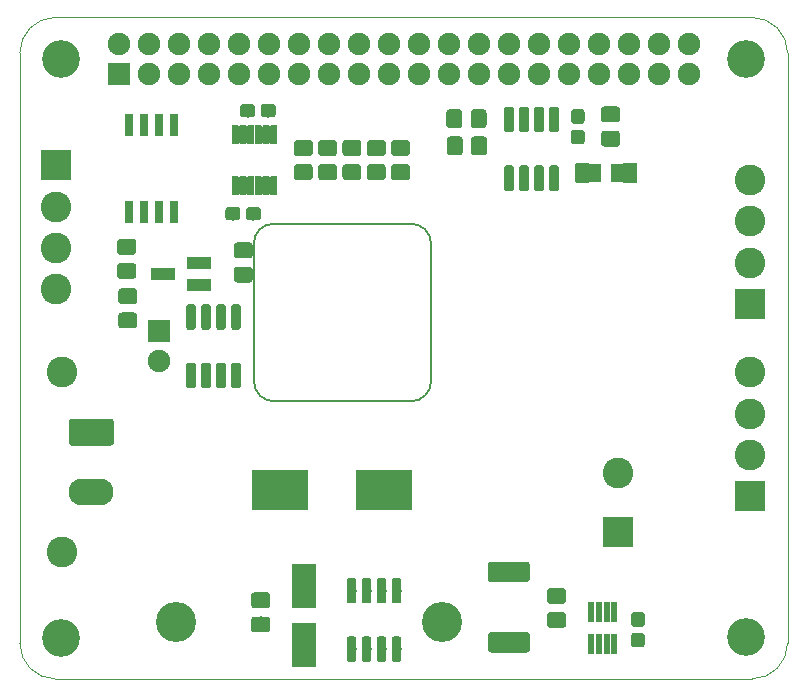
<source format=gbr>
G04 #@! TF.GenerationSoftware,KiCad,Pcbnew,(5.1.2)-1*
G04 #@! TF.CreationDate,2019-08-04T20:48:43+02:00*
G04 #@! TF.ProjectId,SMPS hat,534d5053-2068-4617-942e-6b696361645f,rev?*
G04 #@! TF.SameCoordinates,Original*
G04 #@! TF.FileFunction,Soldermask,Bot*
G04 #@! TF.FilePolarity,Negative*
%FSLAX46Y46*%
G04 Gerber Fmt 4.6, Leading zero omitted, Abs format (unit mm)*
G04 Created by KiCad (PCBNEW (5.1.2)-1) date 2019-08-04 20:48:43*
%MOMM*%
%LPD*%
G04 APERTURE LIST*
%ADD10C,0.150000*%
%ADD11C,0.100000*%
%ADD12C,1.725000*%
%ADD13C,2.600000*%
%ADD14O,3.800000X2.280000*%
%ADD15C,2.280000*%
%ADD16R,0.600000X1.760000*%
%ADD17C,0.800000*%
%ADD18C,0.600000*%
%ADD19C,1.350000*%
%ADD20R,2.100000X1.000000*%
%ADD21R,0.750000X1.950000*%
%ADD22O,1.900000X1.900000*%
%ADD23R,1.900000X1.900000*%
%ADD24C,0.300000*%
%ADD25R,1.500000X1.500000*%
%ADD26R,2.600000X2.600000*%
%ADD27C,3.400000*%
%ADD28R,2.000000X3.700000*%
%ADD29R,4.700000X3.500000*%
%ADD30C,1.150000*%
%ADD31C,3.200000*%
G04 APERTURE END LIST*
D10*
X100101383Y-93318831D02*
G75*
G02X98374200Y-91643200I-50783J1675631D01*
G01*
X113359431Y-91592417D02*
G75*
G02X111683800Y-93319600I-1675631J-50783D01*
G01*
X111633017Y-78283569D02*
G75*
G02X113360200Y-79959200I50783J-1675631D01*
G01*
X98349569Y-80009983D02*
G75*
G02X100025200Y-78282800I1675631J50783D01*
G01*
X98374200Y-91643200D02*
X98349569Y-80009983D01*
X111683800Y-93319600D02*
X100101383Y-93318831D01*
X113360200Y-79959200D02*
X113359431Y-91592417D01*
X100025200Y-78282800D02*
X111633017Y-78283569D01*
D11*
X78546357Y-63830200D02*
X78546356Y-113817611D01*
X78546357Y-63830200D02*
G75*
G02X81534000Y-60817611I2999999J12589D01*
G01*
X140546356Y-60817611D02*
X81534000Y-60817611D01*
X140546356Y-60817611D02*
G75*
G02X143546356Y-63817611I0J-3000000D01*
G01*
X143546351Y-113822847D02*
X143546356Y-63817611D01*
X81546356Y-116817611D02*
G75*
G02X78546356Y-113817611I0J3000000D01*
G01*
X81546356Y-116817611D02*
X140546356Y-116817611D01*
X143546351Y-113822847D02*
G75*
G02X140546356Y-116817611I-2999995J5236D01*
G01*
G36*
X121473972Y-112867822D02*
G01*
X121501423Y-112871894D01*
X121528342Y-112878637D01*
X121554472Y-112887986D01*
X121579558Y-112899851D01*
X121603361Y-112914118D01*
X121625652Y-112930649D01*
X121646214Y-112949286D01*
X121664851Y-112969848D01*
X121681382Y-112992139D01*
X121695649Y-113015942D01*
X121707514Y-113041028D01*
X121716863Y-113067158D01*
X121723606Y-113094077D01*
X121727678Y-113121528D01*
X121729040Y-113149246D01*
X121729040Y-114308674D01*
X121727678Y-114336392D01*
X121723606Y-114363843D01*
X121716863Y-114390762D01*
X121707514Y-114416892D01*
X121695649Y-114441978D01*
X121681382Y-114465781D01*
X121664851Y-114488072D01*
X121646214Y-114508634D01*
X121625652Y-114527271D01*
X121603361Y-114543802D01*
X121579558Y-114558069D01*
X121554472Y-114569934D01*
X121528342Y-114579283D01*
X121501423Y-114586026D01*
X121473972Y-114590098D01*
X121446254Y-114591460D01*
X118461826Y-114591460D01*
X118434108Y-114590098D01*
X118406657Y-114586026D01*
X118379738Y-114579283D01*
X118353608Y-114569934D01*
X118328522Y-114558069D01*
X118304719Y-114543802D01*
X118282428Y-114527271D01*
X118261866Y-114508634D01*
X118243229Y-114488072D01*
X118226698Y-114465781D01*
X118212431Y-114441978D01*
X118200566Y-114416892D01*
X118191217Y-114390762D01*
X118184474Y-114363843D01*
X118180402Y-114336392D01*
X118179040Y-114308674D01*
X118179040Y-113149246D01*
X118180402Y-113121528D01*
X118184474Y-113094077D01*
X118191217Y-113067158D01*
X118200566Y-113041028D01*
X118212431Y-113015942D01*
X118226698Y-112992139D01*
X118243229Y-112969848D01*
X118261866Y-112949286D01*
X118282428Y-112930649D01*
X118304719Y-112914118D01*
X118328522Y-112899851D01*
X118353608Y-112887986D01*
X118379738Y-112878637D01*
X118406657Y-112871894D01*
X118434108Y-112867822D01*
X118461826Y-112866460D01*
X121446254Y-112866460D01*
X121473972Y-112867822D01*
X121473972Y-112867822D01*
G37*
D12*
X119954040Y-113728960D03*
D11*
G36*
X121473972Y-106892822D02*
G01*
X121501423Y-106896894D01*
X121528342Y-106903637D01*
X121554472Y-106912986D01*
X121579558Y-106924851D01*
X121603361Y-106939118D01*
X121625652Y-106955649D01*
X121646214Y-106974286D01*
X121664851Y-106994848D01*
X121681382Y-107017139D01*
X121695649Y-107040942D01*
X121707514Y-107066028D01*
X121716863Y-107092158D01*
X121723606Y-107119077D01*
X121727678Y-107146528D01*
X121729040Y-107174246D01*
X121729040Y-108333674D01*
X121727678Y-108361392D01*
X121723606Y-108388843D01*
X121716863Y-108415762D01*
X121707514Y-108441892D01*
X121695649Y-108466978D01*
X121681382Y-108490781D01*
X121664851Y-108513072D01*
X121646214Y-108533634D01*
X121625652Y-108552271D01*
X121603361Y-108568802D01*
X121579558Y-108583069D01*
X121554472Y-108594934D01*
X121528342Y-108604283D01*
X121501423Y-108611026D01*
X121473972Y-108615098D01*
X121446254Y-108616460D01*
X118461826Y-108616460D01*
X118434108Y-108615098D01*
X118406657Y-108611026D01*
X118379738Y-108604283D01*
X118353608Y-108594934D01*
X118328522Y-108583069D01*
X118304719Y-108568802D01*
X118282428Y-108552271D01*
X118261866Y-108533634D01*
X118243229Y-108513072D01*
X118226698Y-108490781D01*
X118212431Y-108466978D01*
X118200566Y-108441892D01*
X118191217Y-108415762D01*
X118184474Y-108388843D01*
X118180402Y-108361392D01*
X118179040Y-108333674D01*
X118179040Y-107174246D01*
X118180402Y-107146528D01*
X118184474Y-107119077D01*
X118191217Y-107092158D01*
X118200566Y-107066028D01*
X118212431Y-107040942D01*
X118226698Y-107017139D01*
X118243229Y-106994848D01*
X118261866Y-106974286D01*
X118282428Y-106955649D01*
X118304719Y-106939118D01*
X118328522Y-106924851D01*
X118353608Y-106912986D01*
X118379738Y-106903637D01*
X118406657Y-106896894D01*
X118434108Y-106892822D01*
X118461826Y-106891460D01*
X121446254Y-106891460D01*
X121473972Y-106892822D01*
X121473972Y-106892822D01*
G37*
D12*
X119954040Y-107753960D03*
D13*
X82094700Y-106083100D03*
X82094700Y-90843100D03*
D14*
X84594700Y-101003100D03*
D11*
G36*
X86247523Y-94784420D02*
G01*
X86274125Y-94788366D01*
X86300212Y-94794900D01*
X86325532Y-94803960D01*
X86349843Y-94815458D01*
X86372910Y-94829284D01*
X86394510Y-94845304D01*
X86414436Y-94863364D01*
X86432496Y-94883290D01*
X86448516Y-94904890D01*
X86462342Y-94927957D01*
X86473840Y-94952268D01*
X86482900Y-94977588D01*
X86489434Y-95003675D01*
X86493380Y-95030277D01*
X86494700Y-95057137D01*
X86494700Y-96789063D01*
X86493380Y-96815923D01*
X86489434Y-96842525D01*
X86482900Y-96868612D01*
X86473840Y-96893932D01*
X86462342Y-96918243D01*
X86448516Y-96941310D01*
X86432496Y-96962910D01*
X86414436Y-96982836D01*
X86394510Y-97000896D01*
X86372910Y-97016916D01*
X86349843Y-97030742D01*
X86325532Y-97042240D01*
X86300212Y-97051300D01*
X86274125Y-97057834D01*
X86247523Y-97061780D01*
X86220663Y-97063100D01*
X82968737Y-97063100D01*
X82941877Y-97061780D01*
X82915275Y-97057834D01*
X82889188Y-97051300D01*
X82863868Y-97042240D01*
X82839557Y-97030742D01*
X82816490Y-97016916D01*
X82794890Y-97000896D01*
X82774964Y-96982836D01*
X82756904Y-96962910D01*
X82740884Y-96941310D01*
X82727058Y-96918243D01*
X82715560Y-96893932D01*
X82706500Y-96868612D01*
X82699966Y-96842525D01*
X82696020Y-96815923D01*
X82694700Y-96789063D01*
X82694700Y-95057137D01*
X82696020Y-95030277D01*
X82699966Y-95003675D01*
X82706500Y-94977588D01*
X82715560Y-94952268D01*
X82727058Y-94927957D01*
X82740884Y-94904890D01*
X82756904Y-94883290D01*
X82774964Y-94863364D01*
X82794890Y-94845304D01*
X82816490Y-94829284D01*
X82839557Y-94815458D01*
X82863868Y-94803960D01*
X82889188Y-94794900D01*
X82915275Y-94788366D01*
X82941877Y-94784420D01*
X82968737Y-94783100D01*
X86220663Y-94783100D01*
X86247523Y-94784420D01*
X86247523Y-94784420D01*
G37*
D15*
X84594700Y-95923100D03*
D16*
X126921700Y-113887240D03*
X127571700Y-113887240D03*
X128231700Y-113887240D03*
X128881700Y-113887240D03*
X128881700Y-111187240D03*
X128231700Y-111187240D03*
X127571700Y-111187240D03*
X126921700Y-111187240D03*
D11*
G36*
X123991263Y-68401543D02*
G01*
X124010678Y-68404423D01*
X124029717Y-68409192D01*
X124048197Y-68415804D01*
X124065939Y-68424196D01*
X124082774Y-68434286D01*
X124098539Y-68445978D01*
X124113081Y-68459159D01*
X124126262Y-68473701D01*
X124137954Y-68489466D01*
X124148044Y-68506301D01*
X124156436Y-68524043D01*
X124163048Y-68542523D01*
X124167817Y-68561562D01*
X124170697Y-68580977D01*
X124171660Y-68600580D01*
X124171660Y-70350580D01*
X124170697Y-70370183D01*
X124167817Y-70389598D01*
X124163048Y-70408637D01*
X124156436Y-70427117D01*
X124148044Y-70444859D01*
X124137954Y-70461694D01*
X124126262Y-70477459D01*
X124113081Y-70492001D01*
X124098539Y-70505182D01*
X124082774Y-70516874D01*
X124065939Y-70526964D01*
X124048197Y-70535356D01*
X124029717Y-70541968D01*
X124010678Y-70546737D01*
X123991263Y-70549617D01*
X123971660Y-70550580D01*
X123571660Y-70550580D01*
X123552057Y-70549617D01*
X123532642Y-70546737D01*
X123513603Y-70541968D01*
X123495123Y-70535356D01*
X123477381Y-70526964D01*
X123460546Y-70516874D01*
X123444781Y-70505182D01*
X123430239Y-70492001D01*
X123417058Y-70477459D01*
X123405366Y-70461694D01*
X123395276Y-70444859D01*
X123386884Y-70427117D01*
X123380272Y-70408637D01*
X123375503Y-70389598D01*
X123372623Y-70370183D01*
X123371660Y-70350580D01*
X123371660Y-68600580D01*
X123372623Y-68580977D01*
X123375503Y-68561562D01*
X123380272Y-68542523D01*
X123386884Y-68524043D01*
X123395276Y-68506301D01*
X123405366Y-68489466D01*
X123417058Y-68473701D01*
X123430239Y-68459159D01*
X123444781Y-68445978D01*
X123460546Y-68434286D01*
X123477381Y-68424196D01*
X123495123Y-68415804D01*
X123513603Y-68409192D01*
X123532642Y-68404423D01*
X123552057Y-68401543D01*
X123571660Y-68400580D01*
X123971660Y-68400580D01*
X123991263Y-68401543D01*
X123991263Y-68401543D01*
G37*
D17*
X123771660Y-69475580D03*
D11*
G36*
X122721263Y-68401543D02*
G01*
X122740678Y-68404423D01*
X122759717Y-68409192D01*
X122778197Y-68415804D01*
X122795939Y-68424196D01*
X122812774Y-68434286D01*
X122828539Y-68445978D01*
X122843081Y-68459159D01*
X122856262Y-68473701D01*
X122867954Y-68489466D01*
X122878044Y-68506301D01*
X122886436Y-68524043D01*
X122893048Y-68542523D01*
X122897817Y-68561562D01*
X122900697Y-68580977D01*
X122901660Y-68600580D01*
X122901660Y-70350580D01*
X122900697Y-70370183D01*
X122897817Y-70389598D01*
X122893048Y-70408637D01*
X122886436Y-70427117D01*
X122878044Y-70444859D01*
X122867954Y-70461694D01*
X122856262Y-70477459D01*
X122843081Y-70492001D01*
X122828539Y-70505182D01*
X122812774Y-70516874D01*
X122795939Y-70526964D01*
X122778197Y-70535356D01*
X122759717Y-70541968D01*
X122740678Y-70546737D01*
X122721263Y-70549617D01*
X122701660Y-70550580D01*
X122301660Y-70550580D01*
X122282057Y-70549617D01*
X122262642Y-70546737D01*
X122243603Y-70541968D01*
X122225123Y-70535356D01*
X122207381Y-70526964D01*
X122190546Y-70516874D01*
X122174781Y-70505182D01*
X122160239Y-70492001D01*
X122147058Y-70477459D01*
X122135366Y-70461694D01*
X122125276Y-70444859D01*
X122116884Y-70427117D01*
X122110272Y-70408637D01*
X122105503Y-70389598D01*
X122102623Y-70370183D01*
X122101660Y-70350580D01*
X122101660Y-68600580D01*
X122102623Y-68580977D01*
X122105503Y-68561562D01*
X122110272Y-68542523D01*
X122116884Y-68524043D01*
X122125276Y-68506301D01*
X122135366Y-68489466D01*
X122147058Y-68473701D01*
X122160239Y-68459159D01*
X122174781Y-68445978D01*
X122190546Y-68434286D01*
X122207381Y-68424196D01*
X122225123Y-68415804D01*
X122243603Y-68409192D01*
X122262642Y-68404423D01*
X122282057Y-68401543D01*
X122301660Y-68400580D01*
X122701660Y-68400580D01*
X122721263Y-68401543D01*
X122721263Y-68401543D01*
G37*
D17*
X122501660Y-69475580D03*
D11*
G36*
X121451263Y-68401543D02*
G01*
X121470678Y-68404423D01*
X121489717Y-68409192D01*
X121508197Y-68415804D01*
X121525939Y-68424196D01*
X121542774Y-68434286D01*
X121558539Y-68445978D01*
X121573081Y-68459159D01*
X121586262Y-68473701D01*
X121597954Y-68489466D01*
X121608044Y-68506301D01*
X121616436Y-68524043D01*
X121623048Y-68542523D01*
X121627817Y-68561562D01*
X121630697Y-68580977D01*
X121631660Y-68600580D01*
X121631660Y-70350580D01*
X121630697Y-70370183D01*
X121627817Y-70389598D01*
X121623048Y-70408637D01*
X121616436Y-70427117D01*
X121608044Y-70444859D01*
X121597954Y-70461694D01*
X121586262Y-70477459D01*
X121573081Y-70492001D01*
X121558539Y-70505182D01*
X121542774Y-70516874D01*
X121525939Y-70526964D01*
X121508197Y-70535356D01*
X121489717Y-70541968D01*
X121470678Y-70546737D01*
X121451263Y-70549617D01*
X121431660Y-70550580D01*
X121031660Y-70550580D01*
X121012057Y-70549617D01*
X120992642Y-70546737D01*
X120973603Y-70541968D01*
X120955123Y-70535356D01*
X120937381Y-70526964D01*
X120920546Y-70516874D01*
X120904781Y-70505182D01*
X120890239Y-70492001D01*
X120877058Y-70477459D01*
X120865366Y-70461694D01*
X120855276Y-70444859D01*
X120846884Y-70427117D01*
X120840272Y-70408637D01*
X120835503Y-70389598D01*
X120832623Y-70370183D01*
X120831660Y-70350580D01*
X120831660Y-68600580D01*
X120832623Y-68580977D01*
X120835503Y-68561562D01*
X120840272Y-68542523D01*
X120846884Y-68524043D01*
X120855276Y-68506301D01*
X120865366Y-68489466D01*
X120877058Y-68473701D01*
X120890239Y-68459159D01*
X120904781Y-68445978D01*
X120920546Y-68434286D01*
X120937381Y-68424196D01*
X120955123Y-68415804D01*
X120973603Y-68409192D01*
X120992642Y-68404423D01*
X121012057Y-68401543D01*
X121031660Y-68400580D01*
X121431660Y-68400580D01*
X121451263Y-68401543D01*
X121451263Y-68401543D01*
G37*
D17*
X121231660Y-69475580D03*
D11*
G36*
X120181263Y-68401543D02*
G01*
X120200678Y-68404423D01*
X120219717Y-68409192D01*
X120238197Y-68415804D01*
X120255939Y-68424196D01*
X120272774Y-68434286D01*
X120288539Y-68445978D01*
X120303081Y-68459159D01*
X120316262Y-68473701D01*
X120327954Y-68489466D01*
X120338044Y-68506301D01*
X120346436Y-68524043D01*
X120353048Y-68542523D01*
X120357817Y-68561562D01*
X120360697Y-68580977D01*
X120361660Y-68600580D01*
X120361660Y-70350580D01*
X120360697Y-70370183D01*
X120357817Y-70389598D01*
X120353048Y-70408637D01*
X120346436Y-70427117D01*
X120338044Y-70444859D01*
X120327954Y-70461694D01*
X120316262Y-70477459D01*
X120303081Y-70492001D01*
X120288539Y-70505182D01*
X120272774Y-70516874D01*
X120255939Y-70526964D01*
X120238197Y-70535356D01*
X120219717Y-70541968D01*
X120200678Y-70546737D01*
X120181263Y-70549617D01*
X120161660Y-70550580D01*
X119761660Y-70550580D01*
X119742057Y-70549617D01*
X119722642Y-70546737D01*
X119703603Y-70541968D01*
X119685123Y-70535356D01*
X119667381Y-70526964D01*
X119650546Y-70516874D01*
X119634781Y-70505182D01*
X119620239Y-70492001D01*
X119607058Y-70477459D01*
X119595366Y-70461694D01*
X119585276Y-70444859D01*
X119576884Y-70427117D01*
X119570272Y-70408637D01*
X119565503Y-70389598D01*
X119562623Y-70370183D01*
X119561660Y-70350580D01*
X119561660Y-68600580D01*
X119562623Y-68580977D01*
X119565503Y-68561562D01*
X119570272Y-68542523D01*
X119576884Y-68524043D01*
X119585276Y-68506301D01*
X119595366Y-68489466D01*
X119607058Y-68473701D01*
X119620239Y-68459159D01*
X119634781Y-68445978D01*
X119650546Y-68434286D01*
X119667381Y-68424196D01*
X119685123Y-68415804D01*
X119703603Y-68409192D01*
X119722642Y-68404423D01*
X119742057Y-68401543D01*
X119761660Y-68400580D01*
X120161660Y-68400580D01*
X120181263Y-68401543D01*
X120181263Y-68401543D01*
G37*
D17*
X119961660Y-69475580D03*
D11*
G36*
X120181263Y-73351543D02*
G01*
X120200678Y-73354423D01*
X120219717Y-73359192D01*
X120238197Y-73365804D01*
X120255939Y-73374196D01*
X120272774Y-73384286D01*
X120288539Y-73395978D01*
X120303081Y-73409159D01*
X120316262Y-73423701D01*
X120327954Y-73439466D01*
X120338044Y-73456301D01*
X120346436Y-73474043D01*
X120353048Y-73492523D01*
X120357817Y-73511562D01*
X120360697Y-73530977D01*
X120361660Y-73550580D01*
X120361660Y-75300580D01*
X120360697Y-75320183D01*
X120357817Y-75339598D01*
X120353048Y-75358637D01*
X120346436Y-75377117D01*
X120338044Y-75394859D01*
X120327954Y-75411694D01*
X120316262Y-75427459D01*
X120303081Y-75442001D01*
X120288539Y-75455182D01*
X120272774Y-75466874D01*
X120255939Y-75476964D01*
X120238197Y-75485356D01*
X120219717Y-75491968D01*
X120200678Y-75496737D01*
X120181263Y-75499617D01*
X120161660Y-75500580D01*
X119761660Y-75500580D01*
X119742057Y-75499617D01*
X119722642Y-75496737D01*
X119703603Y-75491968D01*
X119685123Y-75485356D01*
X119667381Y-75476964D01*
X119650546Y-75466874D01*
X119634781Y-75455182D01*
X119620239Y-75442001D01*
X119607058Y-75427459D01*
X119595366Y-75411694D01*
X119585276Y-75394859D01*
X119576884Y-75377117D01*
X119570272Y-75358637D01*
X119565503Y-75339598D01*
X119562623Y-75320183D01*
X119561660Y-75300580D01*
X119561660Y-73550580D01*
X119562623Y-73530977D01*
X119565503Y-73511562D01*
X119570272Y-73492523D01*
X119576884Y-73474043D01*
X119585276Y-73456301D01*
X119595366Y-73439466D01*
X119607058Y-73423701D01*
X119620239Y-73409159D01*
X119634781Y-73395978D01*
X119650546Y-73384286D01*
X119667381Y-73374196D01*
X119685123Y-73365804D01*
X119703603Y-73359192D01*
X119722642Y-73354423D01*
X119742057Y-73351543D01*
X119761660Y-73350580D01*
X120161660Y-73350580D01*
X120181263Y-73351543D01*
X120181263Y-73351543D01*
G37*
D17*
X119961660Y-74425580D03*
D11*
G36*
X121451263Y-73351543D02*
G01*
X121470678Y-73354423D01*
X121489717Y-73359192D01*
X121508197Y-73365804D01*
X121525939Y-73374196D01*
X121542774Y-73384286D01*
X121558539Y-73395978D01*
X121573081Y-73409159D01*
X121586262Y-73423701D01*
X121597954Y-73439466D01*
X121608044Y-73456301D01*
X121616436Y-73474043D01*
X121623048Y-73492523D01*
X121627817Y-73511562D01*
X121630697Y-73530977D01*
X121631660Y-73550580D01*
X121631660Y-75300580D01*
X121630697Y-75320183D01*
X121627817Y-75339598D01*
X121623048Y-75358637D01*
X121616436Y-75377117D01*
X121608044Y-75394859D01*
X121597954Y-75411694D01*
X121586262Y-75427459D01*
X121573081Y-75442001D01*
X121558539Y-75455182D01*
X121542774Y-75466874D01*
X121525939Y-75476964D01*
X121508197Y-75485356D01*
X121489717Y-75491968D01*
X121470678Y-75496737D01*
X121451263Y-75499617D01*
X121431660Y-75500580D01*
X121031660Y-75500580D01*
X121012057Y-75499617D01*
X120992642Y-75496737D01*
X120973603Y-75491968D01*
X120955123Y-75485356D01*
X120937381Y-75476964D01*
X120920546Y-75466874D01*
X120904781Y-75455182D01*
X120890239Y-75442001D01*
X120877058Y-75427459D01*
X120865366Y-75411694D01*
X120855276Y-75394859D01*
X120846884Y-75377117D01*
X120840272Y-75358637D01*
X120835503Y-75339598D01*
X120832623Y-75320183D01*
X120831660Y-75300580D01*
X120831660Y-73550580D01*
X120832623Y-73530977D01*
X120835503Y-73511562D01*
X120840272Y-73492523D01*
X120846884Y-73474043D01*
X120855276Y-73456301D01*
X120865366Y-73439466D01*
X120877058Y-73423701D01*
X120890239Y-73409159D01*
X120904781Y-73395978D01*
X120920546Y-73384286D01*
X120937381Y-73374196D01*
X120955123Y-73365804D01*
X120973603Y-73359192D01*
X120992642Y-73354423D01*
X121012057Y-73351543D01*
X121031660Y-73350580D01*
X121431660Y-73350580D01*
X121451263Y-73351543D01*
X121451263Y-73351543D01*
G37*
D17*
X121231660Y-74425580D03*
D11*
G36*
X122721263Y-73351543D02*
G01*
X122740678Y-73354423D01*
X122759717Y-73359192D01*
X122778197Y-73365804D01*
X122795939Y-73374196D01*
X122812774Y-73384286D01*
X122828539Y-73395978D01*
X122843081Y-73409159D01*
X122856262Y-73423701D01*
X122867954Y-73439466D01*
X122878044Y-73456301D01*
X122886436Y-73474043D01*
X122893048Y-73492523D01*
X122897817Y-73511562D01*
X122900697Y-73530977D01*
X122901660Y-73550580D01*
X122901660Y-75300580D01*
X122900697Y-75320183D01*
X122897817Y-75339598D01*
X122893048Y-75358637D01*
X122886436Y-75377117D01*
X122878044Y-75394859D01*
X122867954Y-75411694D01*
X122856262Y-75427459D01*
X122843081Y-75442001D01*
X122828539Y-75455182D01*
X122812774Y-75466874D01*
X122795939Y-75476964D01*
X122778197Y-75485356D01*
X122759717Y-75491968D01*
X122740678Y-75496737D01*
X122721263Y-75499617D01*
X122701660Y-75500580D01*
X122301660Y-75500580D01*
X122282057Y-75499617D01*
X122262642Y-75496737D01*
X122243603Y-75491968D01*
X122225123Y-75485356D01*
X122207381Y-75476964D01*
X122190546Y-75466874D01*
X122174781Y-75455182D01*
X122160239Y-75442001D01*
X122147058Y-75427459D01*
X122135366Y-75411694D01*
X122125276Y-75394859D01*
X122116884Y-75377117D01*
X122110272Y-75358637D01*
X122105503Y-75339598D01*
X122102623Y-75320183D01*
X122101660Y-75300580D01*
X122101660Y-73550580D01*
X122102623Y-73530977D01*
X122105503Y-73511562D01*
X122110272Y-73492523D01*
X122116884Y-73474043D01*
X122125276Y-73456301D01*
X122135366Y-73439466D01*
X122147058Y-73423701D01*
X122160239Y-73409159D01*
X122174781Y-73395978D01*
X122190546Y-73384286D01*
X122207381Y-73374196D01*
X122225123Y-73365804D01*
X122243603Y-73359192D01*
X122262642Y-73354423D01*
X122282057Y-73351543D01*
X122301660Y-73350580D01*
X122701660Y-73350580D01*
X122721263Y-73351543D01*
X122721263Y-73351543D01*
G37*
D17*
X122501660Y-74425580D03*
D11*
G36*
X123991263Y-73351543D02*
G01*
X124010678Y-73354423D01*
X124029717Y-73359192D01*
X124048197Y-73365804D01*
X124065939Y-73374196D01*
X124082774Y-73384286D01*
X124098539Y-73395978D01*
X124113081Y-73409159D01*
X124126262Y-73423701D01*
X124137954Y-73439466D01*
X124148044Y-73456301D01*
X124156436Y-73474043D01*
X124163048Y-73492523D01*
X124167817Y-73511562D01*
X124170697Y-73530977D01*
X124171660Y-73550580D01*
X124171660Y-75300580D01*
X124170697Y-75320183D01*
X124167817Y-75339598D01*
X124163048Y-75358637D01*
X124156436Y-75377117D01*
X124148044Y-75394859D01*
X124137954Y-75411694D01*
X124126262Y-75427459D01*
X124113081Y-75442001D01*
X124098539Y-75455182D01*
X124082774Y-75466874D01*
X124065939Y-75476964D01*
X124048197Y-75485356D01*
X124029717Y-75491968D01*
X124010678Y-75496737D01*
X123991263Y-75499617D01*
X123971660Y-75500580D01*
X123571660Y-75500580D01*
X123552057Y-75499617D01*
X123532642Y-75496737D01*
X123513603Y-75491968D01*
X123495123Y-75485356D01*
X123477381Y-75476964D01*
X123460546Y-75466874D01*
X123444781Y-75455182D01*
X123430239Y-75442001D01*
X123417058Y-75427459D01*
X123405366Y-75411694D01*
X123395276Y-75394859D01*
X123386884Y-75377117D01*
X123380272Y-75358637D01*
X123375503Y-75339598D01*
X123372623Y-75320183D01*
X123371660Y-75300580D01*
X123371660Y-73550580D01*
X123372623Y-73530977D01*
X123375503Y-73511562D01*
X123380272Y-73492523D01*
X123386884Y-73474043D01*
X123395276Y-73456301D01*
X123405366Y-73439466D01*
X123417058Y-73423701D01*
X123430239Y-73409159D01*
X123444781Y-73395978D01*
X123460546Y-73384286D01*
X123477381Y-73374196D01*
X123495123Y-73365804D01*
X123513603Y-73359192D01*
X123532642Y-73354423D01*
X123552057Y-73351543D01*
X123571660Y-73350580D01*
X123971660Y-73350580D01*
X123991263Y-73351543D01*
X123991263Y-73351543D01*
G37*
D17*
X123771660Y-74425580D03*
D11*
G36*
X96957083Y-74226262D02*
G01*
X96971644Y-74228422D01*
X96985923Y-74231999D01*
X96999783Y-74236958D01*
X97013090Y-74243252D01*
X97025716Y-74250820D01*
X97037539Y-74259588D01*
X97048446Y-74269474D01*
X97058332Y-74280381D01*
X97067100Y-74292204D01*
X97074668Y-74304830D01*
X97080962Y-74318137D01*
X97085921Y-74331997D01*
X97089498Y-74346276D01*
X97091658Y-74360837D01*
X97092380Y-74375540D01*
X97092380Y-75725540D01*
X97091658Y-75740243D01*
X97089498Y-75754804D01*
X97085921Y-75769083D01*
X97080962Y-75782943D01*
X97074668Y-75796250D01*
X97067100Y-75808876D01*
X97058332Y-75820699D01*
X97048446Y-75831606D01*
X97037539Y-75841492D01*
X97025716Y-75850260D01*
X97013090Y-75857828D01*
X96999783Y-75864122D01*
X96985923Y-75869081D01*
X96971644Y-75872658D01*
X96957083Y-75874818D01*
X96942380Y-75875540D01*
X96642380Y-75875540D01*
X96627677Y-75874818D01*
X96613116Y-75872658D01*
X96598837Y-75869081D01*
X96584977Y-75864122D01*
X96571670Y-75857828D01*
X96559044Y-75850260D01*
X96547221Y-75841492D01*
X96536314Y-75831606D01*
X96526428Y-75820699D01*
X96517660Y-75808876D01*
X96510092Y-75796250D01*
X96503798Y-75782943D01*
X96498839Y-75769083D01*
X96495262Y-75754804D01*
X96493102Y-75740243D01*
X96492380Y-75725540D01*
X96492380Y-74375540D01*
X96493102Y-74360837D01*
X96495262Y-74346276D01*
X96498839Y-74331997D01*
X96503798Y-74318137D01*
X96510092Y-74304830D01*
X96517660Y-74292204D01*
X96526428Y-74280381D01*
X96536314Y-74269474D01*
X96547221Y-74259588D01*
X96559044Y-74250820D01*
X96571670Y-74243252D01*
X96584977Y-74236958D01*
X96598837Y-74231999D01*
X96613116Y-74228422D01*
X96627677Y-74226262D01*
X96642380Y-74225540D01*
X96942380Y-74225540D01*
X96957083Y-74226262D01*
X96957083Y-74226262D01*
G37*
D18*
X96792380Y-75050540D03*
D11*
G36*
X97607083Y-74226262D02*
G01*
X97621644Y-74228422D01*
X97635923Y-74231999D01*
X97649783Y-74236958D01*
X97663090Y-74243252D01*
X97675716Y-74250820D01*
X97687539Y-74259588D01*
X97698446Y-74269474D01*
X97708332Y-74280381D01*
X97717100Y-74292204D01*
X97724668Y-74304830D01*
X97730962Y-74318137D01*
X97735921Y-74331997D01*
X97739498Y-74346276D01*
X97741658Y-74360837D01*
X97742380Y-74375540D01*
X97742380Y-75725540D01*
X97741658Y-75740243D01*
X97739498Y-75754804D01*
X97735921Y-75769083D01*
X97730962Y-75782943D01*
X97724668Y-75796250D01*
X97717100Y-75808876D01*
X97708332Y-75820699D01*
X97698446Y-75831606D01*
X97687539Y-75841492D01*
X97675716Y-75850260D01*
X97663090Y-75857828D01*
X97649783Y-75864122D01*
X97635923Y-75869081D01*
X97621644Y-75872658D01*
X97607083Y-75874818D01*
X97592380Y-75875540D01*
X97292380Y-75875540D01*
X97277677Y-75874818D01*
X97263116Y-75872658D01*
X97248837Y-75869081D01*
X97234977Y-75864122D01*
X97221670Y-75857828D01*
X97209044Y-75850260D01*
X97197221Y-75841492D01*
X97186314Y-75831606D01*
X97176428Y-75820699D01*
X97167660Y-75808876D01*
X97160092Y-75796250D01*
X97153798Y-75782943D01*
X97148839Y-75769083D01*
X97145262Y-75754804D01*
X97143102Y-75740243D01*
X97142380Y-75725540D01*
X97142380Y-74375540D01*
X97143102Y-74360837D01*
X97145262Y-74346276D01*
X97148839Y-74331997D01*
X97153798Y-74318137D01*
X97160092Y-74304830D01*
X97167660Y-74292204D01*
X97176428Y-74280381D01*
X97186314Y-74269474D01*
X97197221Y-74259588D01*
X97209044Y-74250820D01*
X97221670Y-74243252D01*
X97234977Y-74236958D01*
X97248837Y-74231999D01*
X97263116Y-74228422D01*
X97277677Y-74226262D01*
X97292380Y-74225540D01*
X97592380Y-74225540D01*
X97607083Y-74226262D01*
X97607083Y-74226262D01*
G37*
D18*
X97442380Y-75050540D03*
D11*
G36*
X98257083Y-74226262D02*
G01*
X98271644Y-74228422D01*
X98285923Y-74231999D01*
X98299783Y-74236958D01*
X98313090Y-74243252D01*
X98325716Y-74250820D01*
X98337539Y-74259588D01*
X98348446Y-74269474D01*
X98358332Y-74280381D01*
X98367100Y-74292204D01*
X98374668Y-74304830D01*
X98380962Y-74318137D01*
X98385921Y-74331997D01*
X98389498Y-74346276D01*
X98391658Y-74360837D01*
X98392380Y-74375540D01*
X98392380Y-75725540D01*
X98391658Y-75740243D01*
X98389498Y-75754804D01*
X98385921Y-75769083D01*
X98380962Y-75782943D01*
X98374668Y-75796250D01*
X98367100Y-75808876D01*
X98358332Y-75820699D01*
X98348446Y-75831606D01*
X98337539Y-75841492D01*
X98325716Y-75850260D01*
X98313090Y-75857828D01*
X98299783Y-75864122D01*
X98285923Y-75869081D01*
X98271644Y-75872658D01*
X98257083Y-75874818D01*
X98242380Y-75875540D01*
X97942380Y-75875540D01*
X97927677Y-75874818D01*
X97913116Y-75872658D01*
X97898837Y-75869081D01*
X97884977Y-75864122D01*
X97871670Y-75857828D01*
X97859044Y-75850260D01*
X97847221Y-75841492D01*
X97836314Y-75831606D01*
X97826428Y-75820699D01*
X97817660Y-75808876D01*
X97810092Y-75796250D01*
X97803798Y-75782943D01*
X97798839Y-75769083D01*
X97795262Y-75754804D01*
X97793102Y-75740243D01*
X97792380Y-75725540D01*
X97792380Y-74375540D01*
X97793102Y-74360837D01*
X97795262Y-74346276D01*
X97798839Y-74331997D01*
X97803798Y-74318137D01*
X97810092Y-74304830D01*
X97817660Y-74292204D01*
X97826428Y-74280381D01*
X97836314Y-74269474D01*
X97847221Y-74259588D01*
X97859044Y-74250820D01*
X97871670Y-74243252D01*
X97884977Y-74236958D01*
X97898837Y-74231999D01*
X97913116Y-74228422D01*
X97927677Y-74226262D01*
X97942380Y-74225540D01*
X98242380Y-74225540D01*
X98257083Y-74226262D01*
X98257083Y-74226262D01*
G37*
D18*
X98092380Y-75050540D03*
D11*
G36*
X98907083Y-74226262D02*
G01*
X98921644Y-74228422D01*
X98935923Y-74231999D01*
X98949783Y-74236958D01*
X98963090Y-74243252D01*
X98975716Y-74250820D01*
X98987539Y-74259588D01*
X98998446Y-74269474D01*
X99008332Y-74280381D01*
X99017100Y-74292204D01*
X99024668Y-74304830D01*
X99030962Y-74318137D01*
X99035921Y-74331997D01*
X99039498Y-74346276D01*
X99041658Y-74360837D01*
X99042380Y-74375540D01*
X99042380Y-75725540D01*
X99041658Y-75740243D01*
X99039498Y-75754804D01*
X99035921Y-75769083D01*
X99030962Y-75782943D01*
X99024668Y-75796250D01*
X99017100Y-75808876D01*
X99008332Y-75820699D01*
X98998446Y-75831606D01*
X98987539Y-75841492D01*
X98975716Y-75850260D01*
X98963090Y-75857828D01*
X98949783Y-75864122D01*
X98935923Y-75869081D01*
X98921644Y-75872658D01*
X98907083Y-75874818D01*
X98892380Y-75875540D01*
X98592380Y-75875540D01*
X98577677Y-75874818D01*
X98563116Y-75872658D01*
X98548837Y-75869081D01*
X98534977Y-75864122D01*
X98521670Y-75857828D01*
X98509044Y-75850260D01*
X98497221Y-75841492D01*
X98486314Y-75831606D01*
X98476428Y-75820699D01*
X98467660Y-75808876D01*
X98460092Y-75796250D01*
X98453798Y-75782943D01*
X98448839Y-75769083D01*
X98445262Y-75754804D01*
X98443102Y-75740243D01*
X98442380Y-75725540D01*
X98442380Y-74375540D01*
X98443102Y-74360837D01*
X98445262Y-74346276D01*
X98448839Y-74331997D01*
X98453798Y-74318137D01*
X98460092Y-74304830D01*
X98467660Y-74292204D01*
X98476428Y-74280381D01*
X98486314Y-74269474D01*
X98497221Y-74259588D01*
X98509044Y-74250820D01*
X98521670Y-74243252D01*
X98534977Y-74236958D01*
X98548837Y-74231999D01*
X98563116Y-74228422D01*
X98577677Y-74226262D01*
X98592380Y-74225540D01*
X98892380Y-74225540D01*
X98907083Y-74226262D01*
X98907083Y-74226262D01*
G37*
D18*
X98742380Y-75050540D03*
D11*
G36*
X99557083Y-74226262D02*
G01*
X99571644Y-74228422D01*
X99585923Y-74231999D01*
X99599783Y-74236958D01*
X99613090Y-74243252D01*
X99625716Y-74250820D01*
X99637539Y-74259588D01*
X99648446Y-74269474D01*
X99658332Y-74280381D01*
X99667100Y-74292204D01*
X99674668Y-74304830D01*
X99680962Y-74318137D01*
X99685921Y-74331997D01*
X99689498Y-74346276D01*
X99691658Y-74360837D01*
X99692380Y-74375540D01*
X99692380Y-75725540D01*
X99691658Y-75740243D01*
X99689498Y-75754804D01*
X99685921Y-75769083D01*
X99680962Y-75782943D01*
X99674668Y-75796250D01*
X99667100Y-75808876D01*
X99658332Y-75820699D01*
X99648446Y-75831606D01*
X99637539Y-75841492D01*
X99625716Y-75850260D01*
X99613090Y-75857828D01*
X99599783Y-75864122D01*
X99585923Y-75869081D01*
X99571644Y-75872658D01*
X99557083Y-75874818D01*
X99542380Y-75875540D01*
X99242380Y-75875540D01*
X99227677Y-75874818D01*
X99213116Y-75872658D01*
X99198837Y-75869081D01*
X99184977Y-75864122D01*
X99171670Y-75857828D01*
X99159044Y-75850260D01*
X99147221Y-75841492D01*
X99136314Y-75831606D01*
X99126428Y-75820699D01*
X99117660Y-75808876D01*
X99110092Y-75796250D01*
X99103798Y-75782943D01*
X99098839Y-75769083D01*
X99095262Y-75754804D01*
X99093102Y-75740243D01*
X99092380Y-75725540D01*
X99092380Y-74375540D01*
X99093102Y-74360837D01*
X99095262Y-74346276D01*
X99098839Y-74331997D01*
X99103798Y-74318137D01*
X99110092Y-74304830D01*
X99117660Y-74292204D01*
X99126428Y-74280381D01*
X99136314Y-74269474D01*
X99147221Y-74259588D01*
X99159044Y-74250820D01*
X99171670Y-74243252D01*
X99184977Y-74236958D01*
X99198837Y-74231999D01*
X99213116Y-74228422D01*
X99227677Y-74226262D01*
X99242380Y-74225540D01*
X99542380Y-74225540D01*
X99557083Y-74226262D01*
X99557083Y-74226262D01*
G37*
D18*
X99392380Y-75050540D03*
D11*
G36*
X100207083Y-74226262D02*
G01*
X100221644Y-74228422D01*
X100235923Y-74231999D01*
X100249783Y-74236958D01*
X100263090Y-74243252D01*
X100275716Y-74250820D01*
X100287539Y-74259588D01*
X100298446Y-74269474D01*
X100308332Y-74280381D01*
X100317100Y-74292204D01*
X100324668Y-74304830D01*
X100330962Y-74318137D01*
X100335921Y-74331997D01*
X100339498Y-74346276D01*
X100341658Y-74360837D01*
X100342380Y-74375540D01*
X100342380Y-75725540D01*
X100341658Y-75740243D01*
X100339498Y-75754804D01*
X100335921Y-75769083D01*
X100330962Y-75782943D01*
X100324668Y-75796250D01*
X100317100Y-75808876D01*
X100308332Y-75820699D01*
X100298446Y-75831606D01*
X100287539Y-75841492D01*
X100275716Y-75850260D01*
X100263090Y-75857828D01*
X100249783Y-75864122D01*
X100235923Y-75869081D01*
X100221644Y-75872658D01*
X100207083Y-75874818D01*
X100192380Y-75875540D01*
X99892380Y-75875540D01*
X99877677Y-75874818D01*
X99863116Y-75872658D01*
X99848837Y-75869081D01*
X99834977Y-75864122D01*
X99821670Y-75857828D01*
X99809044Y-75850260D01*
X99797221Y-75841492D01*
X99786314Y-75831606D01*
X99776428Y-75820699D01*
X99767660Y-75808876D01*
X99760092Y-75796250D01*
X99753798Y-75782943D01*
X99748839Y-75769083D01*
X99745262Y-75754804D01*
X99743102Y-75740243D01*
X99742380Y-75725540D01*
X99742380Y-74375540D01*
X99743102Y-74360837D01*
X99745262Y-74346276D01*
X99748839Y-74331997D01*
X99753798Y-74318137D01*
X99760092Y-74304830D01*
X99767660Y-74292204D01*
X99776428Y-74280381D01*
X99786314Y-74269474D01*
X99797221Y-74259588D01*
X99809044Y-74250820D01*
X99821670Y-74243252D01*
X99834977Y-74236958D01*
X99848837Y-74231999D01*
X99863116Y-74228422D01*
X99877677Y-74226262D01*
X99892380Y-74225540D01*
X100192380Y-74225540D01*
X100207083Y-74226262D01*
X100207083Y-74226262D01*
G37*
D18*
X100042380Y-75050540D03*
D11*
G36*
X100207083Y-69926262D02*
G01*
X100221644Y-69928422D01*
X100235923Y-69931999D01*
X100249783Y-69936958D01*
X100263090Y-69943252D01*
X100275716Y-69950820D01*
X100287539Y-69959588D01*
X100298446Y-69969474D01*
X100308332Y-69980381D01*
X100317100Y-69992204D01*
X100324668Y-70004830D01*
X100330962Y-70018137D01*
X100335921Y-70031997D01*
X100339498Y-70046276D01*
X100341658Y-70060837D01*
X100342380Y-70075540D01*
X100342380Y-71425540D01*
X100341658Y-71440243D01*
X100339498Y-71454804D01*
X100335921Y-71469083D01*
X100330962Y-71482943D01*
X100324668Y-71496250D01*
X100317100Y-71508876D01*
X100308332Y-71520699D01*
X100298446Y-71531606D01*
X100287539Y-71541492D01*
X100275716Y-71550260D01*
X100263090Y-71557828D01*
X100249783Y-71564122D01*
X100235923Y-71569081D01*
X100221644Y-71572658D01*
X100207083Y-71574818D01*
X100192380Y-71575540D01*
X99892380Y-71575540D01*
X99877677Y-71574818D01*
X99863116Y-71572658D01*
X99848837Y-71569081D01*
X99834977Y-71564122D01*
X99821670Y-71557828D01*
X99809044Y-71550260D01*
X99797221Y-71541492D01*
X99786314Y-71531606D01*
X99776428Y-71520699D01*
X99767660Y-71508876D01*
X99760092Y-71496250D01*
X99753798Y-71482943D01*
X99748839Y-71469083D01*
X99745262Y-71454804D01*
X99743102Y-71440243D01*
X99742380Y-71425540D01*
X99742380Y-70075540D01*
X99743102Y-70060837D01*
X99745262Y-70046276D01*
X99748839Y-70031997D01*
X99753798Y-70018137D01*
X99760092Y-70004830D01*
X99767660Y-69992204D01*
X99776428Y-69980381D01*
X99786314Y-69969474D01*
X99797221Y-69959588D01*
X99809044Y-69950820D01*
X99821670Y-69943252D01*
X99834977Y-69936958D01*
X99848837Y-69931999D01*
X99863116Y-69928422D01*
X99877677Y-69926262D01*
X99892380Y-69925540D01*
X100192380Y-69925540D01*
X100207083Y-69926262D01*
X100207083Y-69926262D01*
G37*
D18*
X100042380Y-70750540D03*
D11*
G36*
X99557083Y-69926262D02*
G01*
X99571644Y-69928422D01*
X99585923Y-69931999D01*
X99599783Y-69936958D01*
X99613090Y-69943252D01*
X99625716Y-69950820D01*
X99637539Y-69959588D01*
X99648446Y-69969474D01*
X99658332Y-69980381D01*
X99667100Y-69992204D01*
X99674668Y-70004830D01*
X99680962Y-70018137D01*
X99685921Y-70031997D01*
X99689498Y-70046276D01*
X99691658Y-70060837D01*
X99692380Y-70075540D01*
X99692380Y-71425540D01*
X99691658Y-71440243D01*
X99689498Y-71454804D01*
X99685921Y-71469083D01*
X99680962Y-71482943D01*
X99674668Y-71496250D01*
X99667100Y-71508876D01*
X99658332Y-71520699D01*
X99648446Y-71531606D01*
X99637539Y-71541492D01*
X99625716Y-71550260D01*
X99613090Y-71557828D01*
X99599783Y-71564122D01*
X99585923Y-71569081D01*
X99571644Y-71572658D01*
X99557083Y-71574818D01*
X99542380Y-71575540D01*
X99242380Y-71575540D01*
X99227677Y-71574818D01*
X99213116Y-71572658D01*
X99198837Y-71569081D01*
X99184977Y-71564122D01*
X99171670Y-71557828D01*
X99159044Y-71550260D01*
X99147221Y-71541492D01*
X99136314Y-71531606D01*
X99126428Y-71520699D01*
X99117660Y-71508876D01*
X99110092Y-71496250D01*
X99103798Y-71482943D01*
X99098839Y-71469083D01*
X99095262Y-71454804D01*
X99093102Y-71440243D01*
X99092380Y-71425540D01*
X99092380Y-70075540D01*
X99093102Y-70060837D01*
X99095262Y-70046276D01*
X99098839Y-70031997D01*
X99103798Y-70018137D01*
X99110092Y-70004830D01*
X99117660Y-69992204D01*
X99126428Y-69980381D01*
X99136314Y-69969474D01*
X99147221Y-69959588D01*
X99159044Y-69950820D01*
X99171670Y-69943252D01*
X99184977Y-69936958D01*
X99198837Y-69931999D01*
X99213116Y-69928422D01*
X99227677Y-69926262D01*
X99242380Y-69925540D01*
X99542380Y-69925540D01*
X99557083Y-69926262D01*
X99557083Y-69926262D01*
G37*
D18*
X99392380Y-70750540D03*
D11*
G36*
X98907083Y-69926262D02*
G01*
X98921644Y-69928422D01*
X98935923Y-69931999D01*
X98949783Y-69936958D01*
X98963090Y-69943252D01*
X98975716Y-69950820D01*
X98987539Y-69959588D01*
X98998446Y-69969474D01*
X99008332Y-69980381D01*
X99017100Y-69992204D01*
X99024668Y-70004830D01*
X99030962Y-70018137D01*
X99035921Y-70031997D01*
X99039498Y-70046276D01*
X99041658Y-70060837D01*
X99042380Y-70075540D01*
X99042380Y-71425540D01*
X99041658Y-71440243D01*
X99039498Y-71454804D01*
X99035921Y-71469083D01*
X99030962Y-71482943D01*
X99024668Y-71496250D01*
X99017100Y-71508876D01*
X99008332Y-71520699D01*
X98998446Y-71531606D01*
X98987539Y-71541492D01*
X98975716Y-71550260D01*
X98963090Y-71557828D01*
X98949783Y-71564122D01*
X98935923Y-71569081D01*
X98921644Y-71572658D01*
X98907083Y-71574818D01*
X98892380Y-71575540D01*
X98592380Y-71575540D01*
X98577677Y-71574818D01*
X98563116Y-71572658D01*
X98548837Y-71569081D01*
X98534977Y-71564122D01*
X98521670Y-71557828D01*
X98509044Y-71550260D01*
X98497221Y-71541492D01*
X98486314Y-71531606D01*
X98476428Y-71520699D01*
X98467660Y-71508876D01*
X98460092Y-71496250D01*
X98453798Y-71482943D01*
X98448839Y-71469083D01*
X98445262Y-71454804D01*
X98443102Y-71440243D01*
X98442380Y-71425540D01*
X98442380Y-70075540D01*
X98443102Y-70060837D01*
X98445262Y-70046276D01*
X98448839Y-70031997D01*
X98453798Y-70018137D01*
X98460092Y-70004830D01*
X98467660Y-69992204D01*
X98476428Y-69980381D01*
X98486314Y-69969474D01*
X98497221Y-69959588D01*
X98509044Y-69950820D01*
X98521670Y-69943252D01*
X98534977Y-69936958D01*
X98548837Y-69931999D01*
X98563116Y-69928422D01*
X98577677Y-69926262D01*
X98592380Y-69925540D01*
X98892380Y-69925540D01*
X98907083Y-69926262D01*
X98907083Y-69926262D01*
G37*
D18*
X98742380Y-70750540D03*
D11*
G36*
X98257083Y-69926262D02*
G01*
X98271644Y-69928422D01*
X98285923Y-69931999D01*
X98299783Y-69936958D01*
X98313090Y-69943252D01*
X98325716Y-69950820D01*
X98337539Y-69959588D01*
X98348446Y-69969474D01*
X98358332Y-69980381D01*
X98367100Y-69992204D01*
X98374668Y-70004830D01*
X98380962Y-70018137D01*
X98385921Y-70031997D01*
X98389498Y-70046276D01*
X98391658Y-70060837D01*
X98392380Y-70075540D01*
X98392380Y-71425540D01*
X98391658Y-71440243D01*
X98389498Y-71454804D01*
X98385921Y-71469083D01*
X98380962Y-71482943D01*
X98374668Y-71496250D01*
X98367100Y-71508876D01*
X98358332Y-71520699D01*
X98348446Y-71531606D01*
X98337539Y-71541492D01*
X98325716Y-71550260D01*
X98313090Y-71557828D01*
X98299783Y-71564122D01*
X98285923Y-71569081D01*
X98271644Y-71572658D01*
X98257083Y-71574818D01*
X98242380Y-71575540D01*
X97942380Y-71575540D01*
X97927677Y-71574818D01*
X97913116Y-71572658D01*
X97898837Y-71569081D01*
X97884977Y-71564122D01*
X97871670Y-71557828D01*
X97859044Y-71550260D01*
X97847221Y-71541492D01*
X97836314Y-71531606D01*
X97826428Y-71520699D01*
X97817660Y-71508876D01*
X97810092Y-71496250D01*
X97803798Y-71482943D01*
X97798839Y-71469083D01*
X97795262Y-71454804D01*
X97793102Y-71440243D01*
X97792380Y-71425540D01*
X97792380Y-70075540D01*
X97793102Y-70060837D01*
X97795262Y-70046276D01*
X97798839Y-70031997D01*
X97803798Y-70018137D01*
X97810092Y-70004830D01*
X97817660Y-69992204D01*
X97826428Y-69980381D01*
X97836314Y-69969474D01*
X97847221Y-69959588D01*
X97859044Y-69950820D01*
X97871670Y-69943252D01*
X97884977Y-69936958D01*
X97898837Y-69931999D01*
X97913116Y-69928422D01*
X97927677Y-69926262D01*
X97942380Y-69925540D01*
X98242380Y-69925540D01*
X98257083Y-69926262D01*
X98257083Y-69926262D01*
G37*
D18*
X98092380Y-70750540D03*
D11*
G36*
X97607083Y-69926262D02*
G01*
X97621644Y-69928422D01*
X97635923Y-69931999D01*
X97649783Y-69936958D01*
X97663090Y-69943252D01*
X97675716Y-69950820D01*
X97687539Y-69959588D01*
X97698446Y-69969474D01*
X97708332Y-69980381D01*
X97717100Y-69992204D01*
X97724668Y-70004830D01*
X97730962Y-70018137D01*
X97735921Y-70031997D01*
X97739498Y-70046276D01*
X97741658Y-70060837D01*
X97742380Y-70075540D01*
X97742380Y-71425540D01*
X97741658Y-71440243D01*
X97739498Y-71454804D01*
X97735921Y-71469083D01*
X97730962Y-71482943D01*
X97724668Y-71496250D01*
X97717100Y-71508876D01*
X97708332Y-71520699D01*
X97698446Y-71531606D01*
X97687539Y-71541492D01*
X97675716Y-71550260D01*
X97663090Y-71557828D01*
X97649783Y-71564122D01*
X97635923Y-71569081D01*
X97621644Y-71572658D01*
X97607083Y-71574818D01*
X97592380Y-71575540D01*
X97292380Y-71575540D01*
X97277677Y-71574818D01*
X97263116Y-71572658D01*
X97248837Y-71569081D01*
X97234977Y-71564122D01*
X97221670Y-71557828D01*
X97209044Y-71550260D01*
X97197221Y-71541492D01*
X97186314Y-71531606D01*
X97176428Y-71520699D01*
X97167660Y-71508876D01*
X97160092Y-71496250D01*
X97153798Y-71482943D01*
X97148839Y-71469083D01*
X97145262Y-71454804D01*
X97143102Y-71440243D01*
X97142380Y-71425540D01*
X97142380Y-70075540D01*
X97143102Y-70060837D01*
X97145262Y-70046276D01*
X97148839Y-70031997D01*
X97153798Y-70018137D01*
X97160092Y-70004830D01*
X97167660Y-69992204D01*
X97176428Y-69980381D01*
X97186314Y-69969474D01*
X97197221Y-69959588D01*
X97209044Y-69950820D01*
X97221670Y-69943252D01*
X97234977Y-69936958D01*
X97248837Y-69931999D01*
X97263116Y-69928422D01*
X97277677Y-69926262D01*
X97292380Y-69925540D01*
X97592380Y-69925540D01*
X97607083Y-69926262D01*
X97607083Y-69926262D01*
G37*
D18*
X97442380Y-70750540D03*
D11*
G36*
X96957083Y-69926262D02*
G01*
X96971644Y-69928422D01*
X96985923Y-69931999D01*
X96999783Y-69936958D01*
X97013090Y-69943252D01*
X97025716Y-69950820D01*
X97037539Y-69959588D01*
X97048446Y-69969474D01*
X97058332Y-69980381D01*
X97067100Y-69992204D01*
X97074668Y-70004830D01*
X97080962Y-70018137D01*
X97085921Y-70031997D01*
X97089498Y-70046276D01*
X97091658Y-70060837D01*
X97092380Y-70075540D01*
X97092380Y-71425540D01*
X97091658Y-71440243D01*
X97089498Y-71454804D01*
X97085921Y-71469083D01*
X97080962Y-71482943D01*
X97074668Y-71496250D01*
X97067100Y-71508876D01*
X97058332Y-71520699D01*
X97048446Y-71531606D01*
X97037539Y-71541492D01*
X97025716Y-71550260D01*
X97013090Y-71557828D01*
X96999783Y-71564122D01*
X96985923Y-71569081D01*
X96971644Y-71572658D01*
X96957083Y-71574818D01*
X96942380Y-71575540D01*
X96642380Y-71575540D01*
X96627677Y-71574818D01*
X96613116Y-71572658D01*
X96598837Y-71569081D01*
X96584977Y-71564122D01*
X96571670Y-71557828D01*
X96559044Y-71550260D01*
X96547221Y-71541492D01*
X96536314Y-71531606D01*
X96526428Y-71520699D01*
X96517660Y-71508876D01*
X96510092Y-71496250D01*
X96503798Y-71482943D01*
X96498839Y-71469083D01*
X96495262Y-71454804D01*
X96493102Y-71440243D01*
X96492380Y-71425540D01*
X96492380Y-70075540D01*
X96493102Y-70060837D01*
X96495262Y-70046276D01*
X96498839Y-70031997D01*
X96503798Y-70018137D01*
X96510092Y-70004830D01*
X96517660Y-69992204D01*
X96526428Y-69980381D01*
X96536314Y-69969474D01*
X96547221Y-69959588D01*
X96559044Y-69950820D01*
X96571670Y-69943252D01*
X96584977Y-69936958D01*
X96598837Y-69931999D01*
X96613116Y-69928422D01*
X96627677Y-69926262D01*
X96642380Y-69925540D01*
X96942380Y-69925540D01*
X96957083Y-69926262D01*
X96957083Y-69926262D01*
G37*
D18*
X96792380Y-70750540D03*
D11*
G36*
X99468289Y-109492453D02*
G01*
X99496778Y-109496679D01*
X99524715Y-109503677D01*
X99551832Y-109513380D01*
X99577867Y-109525693D01*
X99602570Y-109540500D01*
X99625703Y-109557656D01*
X99647043Y-109576997D01*
X99666384Y-109598337D01*
X99683540Y-109621470D01*
X99698347Y-109646173D01*
X99710660Y-109672208D01*
X99720363Y-109699325D01*
X99727361Y-109727262D01*
X99731587Y-109755751D01*
X99733000Y-109784517D01*
X99733000Y-110547563D01*
X99731587Y-110576329D01*
X99727361Y-110604818D01*
X99720363Y-110632755D01*
X99710660Y-110659872D01*
X99698347Y-110685907D01*
X99683540Y-110710610D01*
X99666384Y-110733743D01*
X99647043Y-110755083D01*
X99625703Y-110774424D01*
X99602570Y-110791580D01*
X99577867Y-110806387D01*
X99551832Y-110818700D01*
X99524715Y-110828403D01*
X99496778Y-110835401D01*
X99468289Y-110839627D01*
X99439523Y-110841040D01*
X98426477Y-110841040D01*
X98397711Y-110839627D01*
X98369222Y-110835401D01*
X98341285Y-110828403D01*
X98314168Y-110818700D01*
X98288133Y-110806387D01*
X98263430Y-110791580D01*
X98240297Y-110774424D01*
X98218957Y-110755083D01*
X98199616Y-110733743D01*
X98182460Y-110710610D01*
X98167653Y-110685907D01*
X98155340Y-110659872D01*
X98145637Y-110632755D01*
X98138639Y-110604818D01*
X98134413Y-110576329D01*
X98133000Y-110547563D01*
X98133000Y-109784517D01*
X98134413Y-109755751D01*
X98138639Y-109727262D01*
X98145637Y-109699325D01*
X98155340Y-109672208D01*
X98167653Y-109646173D01*
X98182460Y-109621470D01*
X98199616Y-109598337D01*
X98218957Y-109576997D01*
X98240297Y-109557656D01*
X98263430Y-109540500D01*
X98288133Y-109525693D01*
X98314168Y-109513380D01*
X98341285Y-109503677D01*
X98369222Y-109496679D01*
X98397711Y-109492453D01*
X98426477Y-109491040D01*
X99439523Y-109491040D01*
X99468289Y-109492453D01*
X99468289Y-109492453D01*
G37*
D19*
X98933000Y-110166040D03*
D11*
G36*
X99468289Y-111542453D02*
G01*
X99496778Y-111546679D01*
X99524715Y-111553677D01*
X99551832Y-111563380D01*
X99577867Y-111575693D01*
X99602570Y-111590500D01*
X99625703Y-111607656D01*
X99647043Y-111626997D01*
X99666384Y-111648337D01*
X99683540Y-111671470D01*
X99698347Y-111696173D01*
X99710660Y-111722208D01*
X99720363Y-111749325D01*
X99727361Y-111777262D01*
X99731587Y-111805751D01*
X99733000Y-111834517D01*
X99733000Y-112597563D01*
X99731587Y-112626329D01*
X99727361Y-112654818D01*
X99720363Y-112682755D01*
X99710660Y-112709872D01*
X99698347Y-112735907D01*
X99683540Y-112760610D01*
X99666384Y-112783743D01*
X99647043Y-112805083D01*
X99625703Y-112824424D01*
X99602570Y-112841580D01*
X99577867Y-112856387D01*
X99551832Y-112868700D01*
X99524715Y-112878403D01*
X99496778Y-112885401D01*
X99468289Y-112889627D01*
X99439523Y-112891040D01*
X98426477Y-112891040D01*
X98397711Y-112889627D01*
X98369222Y-112885401D01*
X98341285Y-112878403D01*
X98314168Y-112868700D01*
X98288133Y-112856387D01*
X98263430Y-112841580D01*
X98240297Y-112824424D01*
X98218957Y-112805083D01*
X98199616Y-112783743D01*
X98182460Y-112760610D01*
X98167653Y-112735907D01*
X98155340Y-112709872D01*
X98145637Y-112682755D01*
X98138639Y-112654818D01*
X98134413Y-112626329D01*
X98133000Y-112597563D01*
X98133000Y-111834517D01*
X98134413Y-111805751D01*
X98138639Y-111777262D01*
X98145637Y-111749325D01*
X98155340Y-111722208D01*
X98167653Y-111696173D01*
X98182460Y-111671470D01*
X98199616Y-111648337D01*
X98218957Y-111626997D01*
X98240297Y-111607656D01*
X98263430Y-111590500D01*
X98288133Y-111575693D01*
X98314168Y-111563380D01*
X98341285Y-111553677D01*
X98369222Y-111546679D01*
X98397711Y-111542453D01*
X98426477Y-111541040D01*
X99439523Y-111541040D01*
X99468289Y-111542453D01*
X99468289Y-111542453D01*
G37*
D19*
X98933000Y-112216040D03*
D11*
G36*
X103082709Y-73249413D02*
G01*
X103111198Y-73253639D01*
X103139135Y-73260637D01*
X103166252Y-73270340D01*
X103192287Y-73282653D01*
X103216990Y-73297460D01*
X103240123Y-73314616D01*
X103261463Y-73333957D01*
X103280804Y-73355297D01*
X103297960Y-73378430D01*
X103312767Y-73403133D01*
X103325080Y-73429168D01*
X103334783Y-73456285D01*
X103341781Y-73484222D01*
X103346007Y-73512711D01*
X103347420Y-73541477D01*
X103347420Y-74304523D01*
X103346007Y-74333289D01*
X103341781Y-74361778D01*
X103334783Y-74389715D01*
X103325080Y-74416832D01*
X103312767Y-74442867D01*
X103297960Y-74467570D01*
X103280804Y-74490703D01*
X103261463Y-74512043D01*
X103240123Y-74531384D01*
X103216990Y-74548540D01*
X103192287Y-74563347D01*
X103166252Y-74575660D01*
X103139135Y-74585363D01*
X103111198Y-74592361D01*
X103082709Y-74596587D01*
X103053943Y-74598000D01*
X102040897Y-74598000D01*
X102012131Y-74596587D01*
X101983642Y-74592361D01*
X101955705Y-74585363D01*
X101928588Y-74575660D01*
X101902553Y-74563347D01*
X101877850Y-74548540D01*
X101854717Y-74531384D01*
X101833377Y-74512043D01*
X101814036Y-74490703D01*
X101796880Y-74467570D01*
X101782073Y-74442867D01*
X101769760Y-74416832D01*
X101760057Y-74389715D01*
X101753059Y-74361778D01*
X101748833Y-74333289D01*
X101747420Y-74304523D01*
X101747420Y-73541477D01*
X101748833Y-73512711D01*
X101753059Y-73484222D01*
X101760057Y-73456285D01*
X101769760Y-73429168D01*
X101782073Y-73403133D01*
X101796880Y-73378430D01*
X101814036Y-73355297D01*
X101833377Y-73333957D01*
X101854717Y-73314616D01*
X101877850Y-73297460D01*
X101902553Y-73282653D01*
X101928588Y-73270340D01*
X101955705Y-73260637D01*
X101983642Y-73253639D01*
X102012131Y-73249413D01*
X102040897Y-73248000D01*
X103053943Y-73248000D01*
X103082709Y-73249413D01*
X103082709Y-73249413D01*
G37*
D19*
X102547420Y-73923000D03*
D11*
G36*
X103082709Y-71199413D02*
G01*
X103111198Y-71203639D01*
X103139135Y-71210637D01*
X103166252Y-71220340D01*
X103192287Y-71232653D01*
X103216990Y-71247460D01*
X103240123Y-71264616D01*
X103261463Y-71283957D01*
X103280804Y-71305297D01*
X103297960Y-71328430D01*
X103312767Y-71353133D01*
X103325080Y-71379168D01*
X103334783Y-71406285D01*
X103341781Y-71434222D01*
X103346007Y-71462711D01*
X103347420Y-71491477D01*
X103347420Y-72254523D01*
X103346007Y-72283289D01*
X103341781Y-72311778D01*
X103334783Y-72339715D01*
X103325080Y-72366832D01*
X103312767Y-72392867D01*
X103297960Y-72417570D01*
X103280804Y-72440703D01*
X103261463Y-72462043D01*
X103240123Y-72481384D01*
X103216990Y-72498540D01*
X103192287Y-72513347D01*
X103166252Y-72525660D01*
X103139135Y-72535363D01*
X103111198Y-72542361D01*
X103082709Y-72546587D01*
X103053943Y-72548000D01*
X102040897Y-72548000D01*
X102012131Y-72546587D01*
X101983642Y-72542361D01*
X101955705Y-72535363D01*
X101928588Y-72525660D01*
X101902553Y-72513347D01*
X101877850Y-72498540D01*
X101854717Y-72481384D01*
X101833377Y-72462043D01*
X101814036Y-72440703D01*
X101796880Y-72417570D01*
X101782073Y-72392867D01*
X101769760Y-72366832D01*
X101760057Y-72339715D01*
X101753059Y-72311778D01*
X101748833Y-72283289D01*
X101747420Y-72254523D01*
X101747420Y-71491477D01*
X101748833Y-71462711D01*
X101753059Y-71434222D01*
X101760057Y-71406285D01*
X101769760Y-71379168D01*
X101782073Y-71353133D01*
X101796880Y-71328430D01*
X101814036Y-71305297D01*
X101833377Y-71283957D01*
X101854717Y-71264616D01*
X101877850Y-71247460D01*
X101902553Y-71232653D01*
X101928588Y-71220340D01*
X101955705Y-71210637D01*
X101983642Y-71203639D01*
X102012131Y-71199413D01*
X102040897Y-71198000D01*
X103053943Y-71198000D01*
X103082709Y-71199413D01*
X103082709Y-71199413D01*
G37*
D19*
X102547420Y-71873000D03*
D11*
G36*
X105140744Y-73249413D02*
G01*
X105169233Y-73253639D01*
X105197170Y-73260637D01*
X105224287Y-73270340D01*
X105250322Y-73282653D01*
X105275025Y-73297460D01*
X105298158Y-73314616D01*
X105319498Y-73333957D01*
X105338839Y-73355297D01*
X105355995Y-73378430D01*
X105370802Y-73403133D01*
X105383115Y-73429168D01*
X105392818Y-73456285D01*
X105399816Y-73484222D01*
X105404042Y-73512711D01*
X105405455Y-73541477D01*
X105405455Y-74304523D01*
X105404042Y-74333289D01*
X105399816Y-74361778D01*
X105392818Y-74389715D01*
X105383115Y-74416832D01*
X105370802Y-74442867D01*
X105355995Y-74467570D01*
X105338839Y-74490703D01*
X105319498Y-74512043D01*
X105298158Y-74531384D01*
X105275025Y-74548540D01*
X105250322Y-74563347D01*
X105224287Y-74575660D01*
X105197170Y-74585363D01*
X105169233Y-74592361D01*
X105140744Y-74596587D01*
X105111978Y-74598000D01*
X104098932Y-74598000D01*
X104070166Y-74596587D01*
X104041677Y-74592361D01*
X104013740Y-74585363D01*
X103986623Y-74575660D01*
X103960588Y-74563347D01*
X103935885Y-74548540D01*
X103912752Y-74531384D01*
X103891412Y-74512043D01*
X103872071Y-74490703D01*
X103854915Y-74467570D01*
X103840108Y-74442867D01*
X103827795Y-74416832D01*
X103818092Y-74389715D01*
X103811094Y-74361778D01*
X103806868Y-74333289D01*
X103805455Y-74304523D01*
X103805455Y-73541477D01*
X103806868Y-73512711D01*
X103811094Y-73484222D01*
X103818092Y-73456285D01*
X103827795Y-73429168D01*
X103840108Y-73403133D01*
X103854915Y-73378430D01*
X103872071Y-73355297D01*
X103891412Y-73333957D01*
X103912752Y-73314616D01*
X103935885Y-73297460D01*
X103960588Y-73282653D01*
X103986623Y-73270340D01*
X104013740Y-73260637D01*
X104041677Y-73253639D01*
X104070166Y-73249413D01*
X104098932Y-73248000D01*
X105111978Y-73248000D01*
X105140744Y-73249413D01*
X105140744Y-73249413D01*
G37*
D19*
X104605455Y-73923000D03*
D11*
G36*
X105140744Y-71199413D02*
G01*
X105169233Y-71203639D01*
X105197170Y-71210637D01*
X105224287Y-71220340D01*
X105250322Y-71232653D01*
X105275025Y-71247460D01*
X105298158Y-71264616D01*
X105319498Y-71283957D01*
X105338839Y-71305297D01*
X105355995Y-71328430D01*
X105370802Y-71353133D01*
X105383115Y-71379168D01*
X105392818Y-71406285D01*
X105399816Y-71434222D01*
X105404042Y-71462711D01*
X105405455Y-71491477D01*
X105405455Y-72254523D01*
X105404042Y-72283289D01*
X105399816Y-72311778D01*
X105392818Y-72339715D01*
X105383115Y-72366832D01*
X105370802Y-72392867D01*
X105355995Y-72417570D01*
X105338839Y-72440703D01*
X105319498Y-72462043D01*
X105298158Y-72481384D01*
X105275025Y-72498540D01*
X105250322Y-72513347D01*
X105224287Y-72525660D01*
X105197170Y-72535363D01*
X105169233Y-72542361D01*
X105140744Y-72546587D01*
X105111978Y-72548000D01*
X104098932Y-72548000D01*
X104070166Y-72546587D01*
X104041677Y-72542361D01*
X104013740Y-72535363D01*
X103986623Y-72525660D01*
X103960588Y-72513347D01*
X103935885Y-72498540D01*
X103912752Y-72481384D01*
X103891412Y-72462043D01*
X103872071Y-72440703D01*
X103854915Y-72417570D01*
X103840108Y-72392867D01*
X103827795Y-72366832D01*
X103818092Y-72339715D01*
X103811094Y-72311778D01*
X103806868Y-72283289D01*
X103805455Y-72254523D01*
X103805455Y-71491477D01*
X103806868Y-71462711D01*
X103811094Y-71434222D01*
X103818092Y-71406285D01*
X103827795Y-71379168D01*
X103840108Y-71353133D01*
X103854915Y-71328430D01*
X103872071Y-71305297D01*
X103891412Y-71283957D01*
X103912752Y-71264616D01*
X103935885Y-71247460D01*
X103960588Y-71232653D01*
X103986623Y-71220340D01*
X104013740Y-71210637D01*
X104041677Y-71203639D01*
X104070166Y-71199413D01*
X104098932Y-71198000D01*
X105111978Y-71198000D01*
X105140744Y-71199413D01*
X105140744Y-71199413D01*
G37*
D19*
X104605455Y-71873000D03*
D11*
G36*
X107198779Y-71199413D02*
G01*
X107227268Y-71203639D01*
X107255205Y-71210637D01*
X107282322Y-71220340D01*
X107308357Y-71232653D01*
X107333060Y-71247460D01*
X107356193Y-71264616D01*
X107377533Y-71283957D01*
X107396874Y-71305297D01*
X107414030Y-71328430D01*
X107428837Y-71353133D01*
X107441150Y-71379168D01*
X107450853Y-71406285D01*
X107457851Y-71434222D01*
X107462077Y-71462711D01*
X107463490Y-71491477D01*
X107463490Y-72254523D01*
X107462077Y-72283289D01*
X107457851Y-72311778D01*
X107450853Y-72339715D01*
X107441150Y-72366832D01*
X107428837Y-72392867D01*
X107414030Y-72417570D01*
X107396874Y-72440703D01*
X107377533Y-72462043D01*
X107356193Y-72481384D01*
X107333060Y-72498540D01*
X107308357Y-72513347D01*
X107282322Y-72525660D01*
X107255205Y-72535363D01*
X107227268Y-72542361D01*
X107198779Y-72546587D01*
X107170013Y-72548000D01*
X106156967Y-72548000D01*
X106128201Y-72546587D01*
X106099712Y-72542361D01*
X106071775Y-72535363D01*
X106044658Y-72525660D01*
X106018623Y-72513347D01*
X105993920Y-72498540D01*
X105970787Y-72481384D01*
X105949447Y-72462043D01*
X105930106Y-72440703D01*
X105912950Y-72417570D01*
X105898143Y-72392867D01*
X105885830Y-72366832D01*
X105876127Y-72339715D01*
X105869129Y-72311778D01*
X105864903Y-72283289D01*
X105863490Y-72254523D01*
X105863490Y-71491477D01*
X105864903Y-71462711D01*
X105869129Y-71434222D01*
X105876127Y-71406285D01*
X105885830Y-71379168D01*
X105898143Y-71353133D01*
X105912950Y-71328430D01*
X105930106Y-71305297D01*
X105949447Y-71283957D01*
X105970787Y-71264616D01*
X105993920Y-71247460D01*
X106018623Y-71232653D01*
X106044658Y-71220340D01*
X106071775Y-71210637D01*
X106099712Y-71203639D01*
X106128201Y-71199413D01*
X106156967Y-71198000D01*
X107170013Y-71198000D01*
X107198779Y-71199413D01*
X107198779Y-71199413D01*
G37*
D19*
X106663490Y-71873000D03*
D11*
G36*
X107198779Y-73249413D02*
G01*
X107227268Y-73253639D01*
X107255205Y-73260637D01*
X107282322Y-73270340D01*
X107308357Y-73282653D01*
X107333060Y-73297460D01*
X107356193Y-73314616D01*
X107377533Y-73333957D01*
X107396874Y-73355297D01*
X107414030Y-73378430D01*
X107428837Y-73403133D01*
X107441150Y-73429168D01*
X107450853Y-73456285D01*
X107457851Y-73484222D01*
X107462077Y-73512711D01*
X107463490Y-73541477D01*
X107463490Y-74304523D01*
X107462077Y-74333289D01*
X107457851Y-74361778D01*
X107450853Y-74389715D01*
X107441150Y-74416832D01*
X107428837Y-74442867D01*
X107414030Y-74467570D01*
X107396874Y-74490703D01*
X107377533Y-74512043D01*
X107356193Y-74531384D01*
X107333060Y-74548540D01*
X107308357Y-74563347D01*
X107282322Y-74575660D01*
X107255205Y-74585363D01*
X107227268Y-74592361D01*
X107198779Y-74596587D01*
X107170013Y-74598000D01*
X106156967Y-74598000D01*
X106128201Y-74596587D01*
X106099712Y-74592361D01*
X106071775Y-74585363D01*
X106044658Y-74575660D01*
X106018623Y-74563347D01*
X105993920Y-74548540D01*
X105970787Y-74531384D01*
X105949447Y-74512043D01*
X105930106Y-74490703D01*
X105912950Y-74467570D01*
X105898143Y-74442867D01*
X105885830Y-74416832D01*
X105876127Y-74389715D01*
X105869129Y-74361778D01*
X105864903Y-74333289D01*
X105863490Y-74304523D01*
X105863490Y-73541477D01*
X105864903Y-73512711D01*
X105869129Y-73484222D01*
X105876127Y-73456285D01*
X105885830Y-73429168D01*
X105898143Y-73403133D01*
X105912950Y-73378430D01*
X105930106Y-73355297D01*
X105949447Y-73333957D01*
X105970787Y-73314616D01*
X105993920Y-73297460D01*
X106018623Y-73282653D01*
X106044658Y-73270340D01*
X106071775Y-73260637D01*
X106099712Y-73253639D01*
X106128201Y-73249413D01*
X106156967Y-73248000D01*
X107170013Y-73248000D01*
X107198779Y-73249413D01*
X107198779Y-73249413D01*
G37*
D19*
X106663490Y-73923000D03*
D11*
G36*
X111314849Y-73249413D02*
G01*
X111343338Y-73253639D01*
X111371275Y-73260637D01*
X111398392Y-73270340D01*
X111424427Y-73282653D01*
X111449130Y-73297460D01*
X111472263Y-73314616D01*
X111493603Y-73333957D01*
X111512944Y-73355297D01*
X111530100Y-73378430D01*
X111544907Y-73403133D01*
X111557220Y-73429168D01*
X111566923Y-73456285D01*
X111573921Y-73484222D01*
X111578147Y-73512711D01*
X111579560Y-73541477D01*
X111579560Y-74304523D01*
X111578147Y-74333289D01*
X111573921Y-74361778D01*
X111566923Y-74389715D01*
X111557220Y-74416832D01*
X111544907Y-74442867D01*
X111530100Y-74467570D01*
X111512944Y-74490703D01*
X111493603Y-74512043D01*
X111472263Y-74531384D01*
X111449130Y-74548540D01*
X111424427Y-74563347D01*
X111398392Y-74575660D01*
X111371275Y-74585363D01*
X111343338Y-74592361D01*
X111314849Y-74596587D01*
X111286083Y-74598000D01*
X110273037Y-74598000D01*
X110244271Y-74596587D01*
X110215782Y-74592361D01*
X110187845Y-74585363D01*
X110160728Y-74575660D01*
X110134693Y-74563347D01*
X110109990Y-74548540D01*
X110086857Y-74531384D01*
X110065517Y-74512043D01*
X110046176Y-74490703D01*
X110029020Y-74467570D01*
X110014213Y-74442867D01*
X110001900Y-74416832D01*
X109992197Y-74389715D01*
X109985199Y-74361778D01*
X109980973Y-74333289D01*
X109979560Y-74304523D01*
X109979560Y-73541477D01*
X109980973Y-73512711D01*
X109985199Y-73484222D01*
X109992197Y-73456285D01*
X110001900Y-73429168D01*
X110014213Y-73403133D01*
X110029020Y-73378430D01*
X110046176Y-73355297D01*
X110065517Y-73333957D01*
X110086857Y-73314616D01*
X110109990Y-73297460D01*
X110134693Y-73282653D01*
X110160728Y-73270340D01*
X110187845Y-73260637D01*
X110215782Y-73253639D01*
X110244271Y-73249413D01*
X110273037Y-73248000D01*
X111286083Y-73248000D01*
X111314849Y-73249413D01*
X111314849Y-73249413D01*
G37*
D19*
X110779560Y-73923000D03*
D11*
G36*
X111314849Y-71199413D02*
G01*
X111343338Y-71203639D01*
X111371275Y-71210637D01*
X111398392Y-71220340D01*
X111424427Y-71232653D01*
X111449130Y-71247460D01*
X111472263Y-71264616D01*
X111493603Y-71283957D01*
X111512944Y-71305297D01*
X111530100Y-71328430D01*
X111544907Y-71353133D01*
X111557220Y-71379168D01*
X111566923Y-71406285D01*
X111573921Y-71434222D01*
X111578147Y-71462711D01*
X111579560Y-71491477D01*
X111579560Y-72254523D01*
X111578147Y-72283289D01*
X111573921Y-72311778D01*
X111566923Y-72339715D01*
X111557220Y-72366832D01*
X111544907Y-72392867D01*
X111530100Y-72417570D01*
X111512944Y-72440703D01*
X111493603Y-72462043D01*
X111472263Y-72481384D01*
X111449130Y-72498540D01*
X111424427Y-72513347D01*
X111398392Y-72525660D01*
X111371275Y-72535363D01*
X111343338Y-72542361D01*
X111314849Y-72546587D01*
X111286083Y-72548000D01*
X110273037Y-72548000D01*
X110244271Y-72546587D01*
X110215782Y-72542361D01*
X110187845Y-72535363D01*
X110160728Y-72525660D01*
X110134693Y-72513347D01*
X110109990Y-72498540D01*
X110086857Y-72481384D01*
X110065517Y-72462043D01*
X110046176Y-72440703D01*
X110029020Y-72417570D01*
X110014213Y-72392867D01*
X110001900Y-72366832D01*
X109992197Y-72339715D01*
X109985199Y-72311778D01*
X109980973Y-72283289D01*
X109979560Y-72254523D01*
X109979560Y-71491477D01*
X109980973Y-71462711D01*
X109985199Y-71434222D01*
X109992197Y-71406285D01*
X110001900Y-71379168D01*
X110014213Y-71353133D01*
X110029020Y-71328430D01*
X110046176Y-71305297D01*
X110065517Y-71283957D01*
X110086857Y-71264616D01*
X110109990Y-71247460D01*
X110134693Y-71232653D01*
X110160728Y-71220340D01*
X110187845Y-71210637D01*
X110215782Y-71203639D01*
X110244271Y-71199413D01*
X110273037Y-71198000D01*
X111286083Y-71198000D01*
X111314849Y-71199413D01*
X111314849Y-71199413D01*
G37*
D19*
X110779560Y-71873000D03*
D11*
G36*
X88134809Y-81606013D02*
G01*
X88163298Y-81610239D01*
X88191235Y-81617237D01*
X88218352Y-81626940D01*
X88244387Y-81639253D01*
X88269090Y-81654060D01*
X88292223Y-81671216D01*
X88313563Y-81690557D01*
X88332904Y-81711897D01*
X88350060Y-81735030D01*
X88364867Y-81759733D01*
X88377180Y-81785768D01*
X88386883Y-81812885D01*
X88393881Y-81840822D01*
X88398107Y-81869311D01*
X88399520Y-81898077D01*
X88399520Y-82661123D01*
X88398107Y-82689889D01*
X88393881Y-82718378D01*
X88386883Y-82746315D01*
X88377180Y-82773432D01*
X88364867Y-82799467D01*
X88350060Y-82824170D01*
X88332904Y-82847303D01*
X88313563Y-82868643D01*
X88292223Y-82887984D01*
X88269090Y-82905140D01*
X88244387Y-82919947D01*
X88218352Y-82932260D01*
X88191235Y-82941963D01*
X88163298Y-82948961D01*
X88134809Y-82953187D01*
X88106043Y-82954600D01*
X87092997Y-82954600D01*
X87064231Y-82953187D01*
X87035742Y-82948961D01*
X87007805Y-82941963D01*
X86980688Y-82932260D01*
X86954653Y-82919947D01*
X86929950Y-82905140D01*
X86906817Y-82887984D01*
X86885477Y-82868643D01*
X86866136Y-82847303D01*
X86848980Y-82824170D01*
X86834173Y-82799467D01*
X86821860Y-82773432D01*
X86812157Y-82746315D01*
X86805159Y-82718378D01*
X86800933Y-82689889D01*
X86799520Y-82661123D01*
X86799520Y-81898077D01*
X86800933Y-81869311D01*
X86805159Y-81840822D01*
X86812157Y-81812885D01*
X86821860Y-81785768D01*
X86834173Y-81759733D01*
X86848980Y-81735030D01*
X86866136Y-81711897D01*
X86885477Y-81690557D01*
X86906817Y-81671216D01*
X86929950Y-81654060D01*
X86954653Y-81639253D01*
X86980688Y-81626940D01*
X87007805Y-81617237D01*
X87035742Y-81610239D01*
X87064231Y-81606013D01*
X87092997Y-81604600D01*
X88106043Y-81604600D01*
X88134809Y-81606013D01*
X88134809Y-81606013D01*
G37*
D19*
X87599520Y-82279600D03*
D11*
G36*
X88134809Y-79556013D02*
G01*
X88163298Y-79560239D01*
X88191235Y-79567237D01*
X88218352Y-79576940D01*
X88244387Y-79589253D01*
X88269090Y-79604060D01*
X88292223Y-79621216D01*
X88313563Y-79640557D01*
X88332904Y-79661897D01*
X88350060Y-79685030D01*
X88364867Y-79709733D01*
X88377180Y-79735768D01*
X88386883Y-79762885D01*
X88393881Y-79790822D01*
X88398107Y-79819311D01*
X88399520Y-79848077D01*
X88399520Y-80611123D01*
X88398107Y-80639889D01*
X88393881Y-80668378D01*
X88386883Y-80696315D01*
X88377180Y-80723432D01*
X88364867Y-80749467D01*
X88350060Y-80774170D01*
X88332904Y-80797303D01*
X88313563Y-80818643D01*
X88292223Y-80837984D01*
X88269090Y-80855140D01*
X88244387Y-80869947D01*
X88218352Y-80882260D01*
X88191235Y-80891963D01*
X88163298Y-80898961D01*
X88134809Y-80903187D01*
X88106043Y-80904600D01*
X87092997Y-80904600D01*
X87064231Y-80903187D01*
X87035742Y-80898961D01*
X87007805Y-80891963D01*
X86980688Y-80882260D01*
X86954653Y-80869947D01*
X86929950Y-80855140D01*
X86906817Y-80837984D01*
X86885477Y-80818643D01*
X86866136Y-80797303D01*
X86848980Y-80774170D01*
X86834173Y-80749467D01*
X86821860Y-80723432D01*
X86812157Y-80696315D01*
X86805159Y-80668378D01*
X86800933Y-80639889D01*
X86799520Y-80611123D01*
X86799520Y-79848077D01*
X86800933Y-79819311D01*
X86805159Y-79790822D01*
X86812157Y-79762885D01*
X86821860Y-79735768D01*
X86834173Y-79709733D01*
X86848980Y-79685030D01*
X86866136Y-79661897D01*
X86885477Y-79640557D01*
X86906817Y-79621216D01*
X86929950Y-79604060D01*
X86954653Y-79589253D01*
X86980688Y-79576940D01*
X87007805Y-79567237D01*
X87035742Y-79560239D01*
X87064231Y-79556013D01*
X87092997Y-79554600D01*
X88106043Y-79554600D01*
X88134809Y-79556013D01*
X88134809Y-79556013D01*
G37*
D19*
X87599520Y-80229600D03*
D11*
G36*
X88226249Y-83749553D02*
G01*
X88254738Y-83753779D01*
X88282675Y-83760777D01*
X88309792Y-83770480D01*
X88335827Y-83782793D01*
X88360530Y-83797600D01*
X88383663Y-83814756D01*
X88405003Y-83834097D01*
X88424344Y-83855437D01*
X88441500Y-83878570D01*
X88456307Y-83903273D01*
X88468620Y-83929308D01*
X88478323Y-83956425D01*
X88485321Y-83984362D01*
X88489547Y-84012851D01*
X88490960Y-84041617D01*
X88490960Y-84804663D01*
X88489547Y-84833429D01*
X88485321Y-84861918D01*
X88478323Y-84889855D01*
X88468620Y-84916972D01*
X88456307Y-84943007D01*
X88441500Y-84967710D01*
X88424344Y-84990843D01*
X88405003Y-85012183D01*
X88383663Y-85031524D01*
X88360530Y-85048680D01*
X88335827Y-85063487D01*
X88309792Y-85075800D01*
X88282675Y-85085503D01*
X88254738Y-85092501D01*
X88226249Y-85096727D01*
X88197483Y-85098140D01*
X87184437Y-85098140D01*
X87155671Y-85096727D01*
X87127182Y-85092501D01*
X87099245Y-85085503D01*
X87072128Y-85075800D01*
X87046093Y-85063487D01*
X87021390Y-85048680D01*
X86998257Y-85031524D01*
X86976917Y-85012183D01*
X86957576Y-84990843D01*
X86940420Y-84967710D01*
X86925613Y-84943007D01*
X86913300Y-84916972D01*
X86903597Y-84889855D01*
X86896599Y-84861918D01*
X86892373Y-84833429D01*
X86890960Y-84804663D01*
X86890960Y-84041617D01*
X86892373Y-84012851D01*
X86896599Y-83984362D01*
X86903597Y-83956425D01*
X86913300Y-83929308D01*
X86925613Y-83903273D01*
X86940420Y-83878570D01*
X86957576Y-83855437D01*
X86976917Y-83834097D01*
X86998257Y-83814756D01*
X87021390Y-83797600D01*
X87046093Y-83782793D01*
X87072128Y-83770480D01*
X87099245Y-83760777D01*
X87127182Y-83753779D01*
X87155671Y-83749553D01*
X87184437Y-83748140D01*
X88197483Y-83748140D01*
X88226249Y-83749553D01*
X88226249Y-83749553D01*
G37*
D19*
X87690960Y-84423140D03*
D11*
G36*
X88226249Y-85799553D02*
G01*
X88254738Y-85803779D01*
X88282675Y-85810777D01*
X88309792Y-85820480D01*
X88335827Y-85832793D01*
X88360530Y-85847600D01*
X88383663Y-85864756D01*
X88405003Y-85884097D01*
X88424344Y-85905437D01*
X88441500Y-85928570D01*
X88456307Y-85953273D01*
X88468620Y-85979308D01*
X88478323Y-86006425D01*
X88485321Y-86034362D01*
X88489547Y-86062851D01*
X88490960Y-86091617D01*
X88490960Y-86854663D01*
X88489547Y-86883429D01*
X88485321Y-86911918D01*
X88478323Y-86939855D01*
X88468620Y-86966972D01*
X88456307Y-86993007D01*
X88441500Y-87017710D01*
X88424344Y-87040843D01*
X88405003Y-87062183D01*
X88383663Y-87081524D01*
X88360530Y-87098680D01*
X88335827Y-87113487D01*
X88309792Y-87125800D01*
X88282675Y-87135503D01*
X88254738Y-87142501D01*
X88226249Y-87146727D01*
X88197483Y-87148140D01*
X87184437Y-87148140D01*
X87155671Y-87146727D01*
X87127182Y-87142501D01*
X87099245Y-87135503D01*
X87072128Y-87125800D01*
X87046093Y-87113487D01*
X87021390Y-87098680D01*
X86998257Y-87081524D01*
X86976917Y-87062183D01*
X86957576Y-87040843D01*
X86940420Y-87017710D01*
X86925613Y-86993007D01*
X86913300Y-86966972D01*
X86903597Y-86939855D01*
X86896599Y-86911918D01*
X86892373Y-86883429D01*
X86890960Y-86854663D01*
X86890960Y-86091617D01*
X86892373Y-86062851D01*
X86896599Y-86034362D01*
X86903597Y-86006425D01*
X86913300Y-85979308D01*
X86925613Y-85953273D01*
X86940420Y-85928570D01*
X86957576Y-85905437D01*
X86976917Y-85884097D01*
X86998257Y-85864756D01*
X87021390Y-85847600D01*
X87046093Y-85832793D01*
X87072128Y-85820480D01*
X87099245Y-85810777D01*
X87127182Y-85803779D01*
X87155671Y-85799553D01*
X87184437Y-85798140D01*
X88197483Y-85798140D01*
X88226249Y-85799553D01*
X88226249Y-85799553D01*
G37*
D19*
X87690960Y-86473140D03*
D11*
G36*
X109256814Y-73249413D02*
G01*
X109285303Y-73253639D01*
X109313240Y-73260637D01*
X109340357Y-73270340D01*
X109366392Y-73282653D01*
X109391095Y-73297460D01*
X109414228Y-73314616D01*
X109435568Y-73333957D01*
X109454909Y-73355297D01*
X109472065Y-73378430D01*
X109486872Y-73403133D01*
X109499185Y-73429168D01*
X109508888Y-73456285D01*
X109515886Y-73484222D01*
X109520112Y-73512711D01*
X109521525Y-73541477D01*
X109521525Y-74304523D01*
X109520112Y-74333289D01*
X109515886Y-74361778D01*
X109508888Y-74389715D01*
X109499185Y-74416832D01*
X109486872Y-74442867D01*
X109472065Y-74467570D01*
X109454909Y-74490703D01*
X109435568Y-74512043D01*
X109414228Y-74531384D01*
X109391095Y-74548540D01*
X109366392Y-74563347D01*
X109340357Y-74575660D01*
X109313240Y-74585363D01*
X109285303Y-74592361D01*
X109256814Y-74596587D01*
X109228048Y-74598000D01*
X108215002Y-74598000D01*
X108186236Y-74596587D01*
X108157747Y-74592361D01*
X108129810Y-74585363D01*
X108102693Y-74575660D01*
X108076658Y-74563347D01*
X108051955Y-74548540D01*
X108028822Y-74531384D01*
X108007482Y-74512043D01*
X107988141Y-74490703D01*
X107970985Y-74467570D01*
X107956178Y-74442867D01*
X107943865Y-74416832D01*
X107934162Y-74389715D01*
X107927164Y-74361778D01*
X107922938Y-74333289D01*
X107921525Y-74304523D01*
X107921525Y-73541477D01*
X107922938Y-73512711D01*
X107927164Y-73484222D01*
X107934162Y-73456285D01*
X107943865Y-73429168D01*
X107956178Y-73403133D01*
X107970985Y-73378430D01*
X107988141Y-73355297D01*
X108007482Y-73333957D01*
X108028822Y-73314616D01*
X108051955Y-73297460D01*
X108076658Y-73282653D01*
X108102693Y-73270340D01*
X108129810Y-73260637D01*
X108157747Y-73253639D01*
X108186236Y-73249413D01*
X108215002Y-73248000D01*
X109228048Y-73248000D01*
X109256814Y-73249413D01*
X109256814Y-73249413D01*
G37*
D19*
X108721525Y-73923000D03*
D11*
G36*
X109256814Y-71199413D02*
G01*
X109285303Y-71203639D01*
X109313240Y-71210637D01*
X109340357Y-71220340D01*
X109366392Y-71232653D01*
X109391095Y-71247460D01*
X109414228Y-71264616D01*
X109435568Y-71283957D01*
X109454909Y-71305297D01*
X109472065Y-71328430D01*
X109486872Y-71353133D01*
X109499185Y-71379168D01*
X109508888Y-71406285D01*
X109515886Y-71434222D01*
X109520112Y-71462711D01*
X109521525Y-71491477D01*
X109521525Y-72254523D01*
X109520112Y-72283289D01*
X109515886Y-72311778D01*
X109508888Y-72339715D01*
X109499185Y-72366832D01*
X109486872Y-72392867D01*
X109472065Y-72417570D01*
X109454909Y-72440703D01*
X109435568Y-72462043D01*
X109414228Y-72481384D01*
X109391095Y-72498540D01*
X109366392Y-72513347D01*
X109340357Y-72525660D01*
X109313240Y-72535363D01*
X109285303Y-72542361D01*
X109256814Y-72546587D01*
X109228048Y-72548000D01*
X108215002Y-72548000D01*
X108186236Y-72546587D01*
X108157747Y-72542361D01*
X108129810Y-72535363D01*
X108102693Y-72525660D01*
X108076658Y-72513347D01*
X108051955Y-72498540D01*
X108028822Y-72481384D01*
X108007482Y-72462043D01*
X107988141Y-72440703D01*
X107970985Y-72417570D01*
X107956178Y-72392867D01*
X107943865Y-72366832D01*
X107934162Y-72339715D01*
X107927164Y-72311778D01*
X107922938Y-72283289D01*
X107921525Y-72254523D01*
X107921525Y-71491477D01*
X107922938Y-71462711D01*
X107927164Y-71434222D01*
X107934162Y-71406285D01*
X107943865Y-71379168D01*
X107956178Y-71353133D01*
X107970985Y-71328430D01*
X107988141Y-71305297D01*
X108007482Y-71283957D01*
X108028822Y-71264616D01*
X108051955Y-71247460D01*
X108076658Y-71232653D01*
X108102693Y-71220340D01*
X108129810Y-71210637D01*
X108157747Y-71203639D01*
X108186236Y-71199413D01*
X108215002Y-71198000D01*
X109228048Y-71198000D01*
X109256814Y-71199413D01*
X109256814Y-71199413D01*
G37*
D19*
X108721525Y-71873000D03*
D11*
G36*
X98000169Y-81915893D02*
G01*
X98028658Y-81920119D01*
X98056595Y-81927117D01*
X98083712Y-81936820D01*
X98109747Y-81949133D01*
X98134450Y-81963940D01*
X98157583Y-81981096D01*
X98178923Y-82000437D01*
X98198264Y-82021777D01*
X98215420Y-82044910D01*
X98230227Y-82069613D01*
X98242540Y-82095648D01*
X98252243Y-82122765D01*
X98259241Y-82150702D01*
X98263467Y-82179191D01*
X98264880Y-82207957D01*
X98264880Y-82971003D01*
X98263467Y-82999769D01*
X98259241Y-83028258D01*
X98252243Y-83056195D01*
X98242540Y-83083312D01*
X98230227Y-83109347D01*
X98215420Y-83134050D01*
X98198264Y-83157183D01*
X98178923Y-83178523D01*
X98157583Y-83197864D01*
X98134450Y-83215020D01*
X98109747Y-83229827D01*
X98083712Y-83242140D01*
X98056595Y-83251843D01*
X98028658Y-83258841D01*
X98000169Y-83263067D01*
X97971403Y-83264480D01*
X96958357Y-83264480D01*
X96929591Y-83263067D01*
X96901102Y-83258841D01*
X96873165Y-83251843D01*
X96846048Y-83242140D01*
X96820013Y-83229827D01*
X96795310Y-83215020D01*
X96772177Y-83197864D01*
X96750837Y-83178523D01*
X96731496Y-83157183D01*
X96714340Y-83134050D01*
X96699533Y-83109347D01*
X96687220Y-83083312D01*
X96677517Y-83056195D01*
X96670519Y-83028258D01*
X96666293Y-82999769D01*
X96664880Y-82971003D01*
X96664880Y-82207957D01*
X96666293Y-82179191D01*
X96670519Y-82150702D01*
X96677517Y-82122765D01*
X96687220Y-82095648D01*
X96699533Y-82069613D01*
X96714340Y-82044910D01*
X96731496Y-82021777D01*
X96750837Y-82000437D01*
X96772177Y-81981096D01*
X96795310Y-81963940D01*
X96820013Y-81949133D01*
X96846048Y-81936820D01*
X96873165Y-81927117D01*
X96901102Y-81920119D01*
X96929591Y-81915893D01*
X96958357Y-81914480D01*
X97971403Y-81914480D01*
X98000169Y-81915893D01*
X98000169Y-81915893D01*
G37*
D19*
X97464880Y-82589480D03*
D11*
G36*
X98000169Y-79865893D02*
G01*
X98028658Y-79870119D01*
X98056595Y-79877117D01*
X98083712Y-79886820D01*
X98109747Y-79899133D01*
X98134450Y-79913940D01*
X98157583Y-79931096D01*
X98178923Y-79950437D01*
X98198264Y-79971777D01*
X98215420Y-79994910D01*
X98230227Y-80019613D01*
X98242540Y-80045648D01*
X98252243Y-80072765D01*
X98259241Y-80100702D01*
X98263467Y-80129191D01*
X98264880Y-80157957D01*
X98264880Y-80921003D01*
X98263467Y-80949769D01*
X98259241Y-80978258D01*
X98252243Y-81006195D01*
X98242540Y-81033312D01*
X98230227Y-81059347D01*
X98215420Y-81084050D01*
X98198264Y-81107183D01*
X98178923Y-81128523D01*
X98157583Y-81147864D01*
X98134450Y-81165020D01*
X98109747Y-81179827D01*
X98083712Y-81192140D01*
X98056595Y-81201843D01*
X98028658Y-81208841D01*
X98000169Y-81213067D01*
X97971403Y-81214480D01*
X96958357Y-81214480D01*
X96929591Y-81213067D01*
X96901102Y-81208841D01*
X96873165Y-81201843D01*
X96846048Y-81192140D01*
X96820013Y-81179827D01*
X96795310Y-81165020D01*
X96772177Y-81147864D01*
X96750837Y-81128523D01*
X96731496Y-81107183D01*
X96714340Y-81084050D01*
X96699533Y-81059347D01*
X96687220Y-81033312D01*
X96677517Y-81006195D01*
X96670519Y-80978258D01*
X96666293Y-80949769D01*
X96664880Y-80921003D01*
X96664880Y-80157957D01*
X96666293Y-80129191D01*
X96670519Y-80100702D01*
X96677517Y-80072765D01*
X96687220Y-80045648D01*
X96699533Y-80019613D01*
X96714340Y-79994910D01*
X96731496Y-79971777D01*
X96750837Y-79950437D01*
X96772177Y-79931096D01*
X96795310Y-79913940D01*
X96820013Y-79899133D01*
X96846048Y-79886820D01*
X96873165Y-79877117D01*
X96901102Y-79870119D01*
X96929591Y-79865893D01*
X96958357Y-79864480D01*
X97971403Y-79864480D01*
X98000169Y-79865893D01*
X98000169Y-79865893D01*
G37*
D19*
X97464880Y-80539480D03*
D11*
G36*
X129094849Y-70409693D02*
G01*
X129123338Y-70413919D01*
X129151275Y-70420917D01*
X129178392Y-70430620D01*
X129204427Y-70442933D01*
X129229130Y-70457740D01*
X129252263Y-70474896D01*
X129273603Y-70494237D01*
X129292944Y-70515577D01*
X129310100Y-70538710D01*
X129324907Y-70563413D01*
X129337220Y-70589448D01*
X129346923Y-70616565D01*
X129353921Y-70644502D01*
X129358147Y-70672991D01*
X129359560Y-70701757D01*
X129359560Y-71464803D01*
X129358147Y-71493569D01*
X129353921Y-71522058D01*
X129346923Y-71549995D01*
X129337220Y-71577112D01*
X129324907Y-71603147D01*
X129310100Y-71627850D01*
X129292944Y-71650983D01*
X129273603Y-71672323D01*
X129252263Y-71691664D01*
X129229130Y-71708820D01*
X129204427Y-71723627D01*
X129178392Y-71735940D01*
X129151275Y-71745643D01*
X129123338Y-71752641D01*
X129094849Y-71756867D01*
X129066083Y-71758280D01*
X128053037Y-71758280D01*
X128024271Y-71756867D01*
X127995782Y-71752641D01*
X127967845Y-71745643D01*
X127940728Y-71735940D01*
X127914693Y-71723627D01*
X127889990Y-71708820D01*
X127866857Y-71691664D01*
X127845517Y-71672323D01*
X127826176Y-71650983D01*
X127809020Y-71627850D01*
X127794213Y-71603147D01*
X127781900Y-71577112D01*
X127772197Y-71549995D01*
X127765199Y-71522058D01*
X127760973Y-71493569D01*
X127759560Y-71464803D01*
X127759560Y-70701757D01*
X127760973Y-70672991D01*
X127765199Y-70644502D01*
X127772197Y-70616565D01*
X127781900Y-70589448D01*
X127794213Y-70563413D01*
X127809020Y-70538710D01*
X127826176Y-70515577D01*
X127845517Y-70494237D01*
X127866857Y-70474896D01*
X127889990Y-70457740D01*
X127914693Y-70442933D01*
X127940728Y-70430620D01*
X127967845Y-70420917D01*
X127995782Y-70413919D01*
X128024271Y-70409693D01*
X128053037Y-70408280D01*
X129066083Y-70408280D01*
X129094849Y-70409693D01*
X129094849Y-70409693D01*
G37*
D19*
X128559560Y-71083280D03*
D11*
G36*
X129094849Y-68359693D02*
G01*
X129123338Y-68363919D01*
X129151275Y-68370917D01*
X129178392Y-68380620D01*
X129204427Y-68392933D01*
X129229130Y-68407740D01*
X129252263Y-68424896D01*
X129273603Y-68444237D01*
X129292944Y-68465577D01*
X129310100Y-68488710D01*
X129324907Y-68513413D01*
X129337220Y-68539448D01*
X129346923Y-68566565D01*
X129353921Y-68594502D01*
X129358147Y-68622991D01*
X129359560Y-68651757D01*
X129359560Y-69414803D01*
X129358147Y-69443569D01*
X129353921Y-69472058D01*
X129346923Y-69499995D01*
X129337220Y-69527112D01*
X129324907Y-69553147D01*
X129310100Y-69577850D01*
X129292944Y-69600983D01*
X129273603Y-69622323D01*
X129252263Y-69641664D01*
X129229130Y-69658820D01*
X129204427Y-69673627D01*
X129178392Y-69685940D01*
X129151275Y-69695643D01*
X129123338Y-69702641D01*
X129094849Y-69706867D01*
X129066083Y-69708280D01*
X128053037Y-69708280D01*
X128024271Y-69706867D01*
X127995782Y-69702641D01*
X127967845Y-69695643D01*
X127940728Y-69685940D01*
X127914693Y-69673627D01*
X127889990Y-69658820D01*
X127866857Y-69641664D01*
X127845517Y-69622323D01*
X127826176Y-69600983D01*
X127809020Y-69577850D01*
X127794213Y-69553147D01*
X127781900Y-69527112D01*
X127772197Y-69499995D01*
X127765199Y-69472058D01*
X127760973Y-69443569D01*
X127759560Y-69414803D01*
X127759560Y-68651757D01*
X127760973Y-68622991D01*
X127765199Y-68594502D01*
X127772197Y-68566565D01*
X127781900Y-68539448D01*
X127794213Y-68513413D01*
X127809020Y-68488710D01*
X127826176Y-68465577D01*
X127845517Y-68444237D01*
X127866857Y-68424896D01*
X127889990Y-68407740D01*
X127914693Y-68392933D01*
X127940728Y-68380620D01*
X127967845Y-68370917D01*
X127995782Y-68363919D01*
X128024271Y-68359693D01*
X128053037Y-68358280D01*
X129066083Y-68358280D01*
X129094849Y-68359693D01*
X129094849Y-68359693D01*
G37*
D19*
X128559560Y-69033280D03*
D11*
G36*
X117838409Y-70892913D02*
G01*
X117866898Y-70897139D01*
X117894835Y-70904137D01*
X117921952Y-70913840D01*
X117947987Y-70926153D01*
X117972690Y-70940960D01*
X117995823Y-70958116D01*
X118017163Y-70977457D01*
X118036504Y-70998797D01*
X118053660Y-71021930D01*
X118068467Y-71046633D01*
X118080780Y-71072668D01*
X118090483Y-71099785D01*
X118097481Y-71127722D01*
X118101707Y-71156211D01*
X118103120Y-71184977D01*
X118103120Y-72198023D01*
X118101707Y-72226789D01*
X118097481Y-72255278D01*
X118090483Y-72283215D01*
X118080780Y-72310332D01*
X118068467Y-72336367D01*
X118053660Y-72361070D01*
X118036504Y-72384203D01*
X118017163Y-72405543D01*
X117995823Y-72424884D01*
X117972690Y-72442040D01*
X117947987Y-72456847D01*
X117921952Y-72469160D01*
X117894835Y-72478863D01*
X117866898Y-72485861D01*
X117838409Y-72490087D01*
X117809643Y-72491500D01*
X117046597Y-72491500D01*
X117017831Y-72490087D01*
X116989342Y-72485861D01*
X116961405Y-72478863D01*
X116934288Y-72469160D01*
X116908253Y-72456847D01*
X116883550Y-72442040D01*
X116860417Y-72424884D01*
X116839077Y-72405543D01*
X116819736Y-72384203D01*
X116802580Y-72361070D01*
X116787773Y-72336367D01*
X116775460Y-72310332D01*
X116765757Y-72283215D01*
X116758759Y-72255278D01*
X116754533Y-72226789D01*
X116753120Y-72198023D01*
X116753120Y-71184977D01*
X116754533Y-71156211D01*
X116758759Y-71127722D01*
X116765757Y-71099785D01*
X116775460Y-71072668D01*
X116787773Y-71046633D01*
X116802580Y-71021930D01*
X116819736Y-70998797D01*
X116839077Y-70977457D01*
X116860417Y-70958116D01*
X116883550Y-70940960D01*
X116908253Y-70926153D01*
X116934288Y-70913840D01*
X116961405Y-70904137D01*
X116989342Y-70897139D01*
X117017831Y-70892913D01*
X117046597Y-70891500D01*
X117809643Y-70891500D01*
X117838409Y-70892913D01*
X117838409Y-70892913D01*
G37*
D19*
X117428120Y-71691500D03*
D11*
G36*
X115788409Y-70892913D02*
G01*
X115816898Y-70897139D01*
X115844835Y-70904137D01*
X115871952Y-70913840D01*
X115897987Y-70926153D01*
X115922690Y-70940960D01*
X115945823Y-70958116D01*
X115967163Y-70977457D01*
X115986504Y-70998797D01*
X116003660Y-71021930D01*
X116018467Y-71046633D01*
X116030780Y-71072668D01*
X116040483Y-71099785D01*
X116047481Y-71127722D01*
X116051707Y-71156211D01*
X116053120Y-71184977D01*
X116053120Y-72198023D01*
X116051707Y-72226789D01*
X116047481Y-72255278D01*
X116040483Y-72283215D01*
X116030780Y-72310332D01*
X116018467Y-72336367D01*
X116003660Y-72361070D01*
X115986504Y-72384203D01*
X115967163Y-72405543D01*
X115945823Y-72424884D01*
X115922690Y-72442040D01*
X115897987Y-72456847D01*
X115871952Y-72469160D01*
X115844835Y-72478863D01*
X115816898Y-72485861D01*
X115788409Y-72490087D01*
X115759643Y-72491500D01*
X114996597Y-72491500D01*
X114967831Y-72490087D01*
X114939342Y-72485861D01*
X114911405Y-72478863D01*
X114884288Y-72469160D01*
X114858253Y-72456847D01*
X114833550Y-72442040D01*
X114810417Y-72424884D01*
X114789077Y-72405543D01*
X114769736Y-72384203D01*
X114752580Y-72361070D01*
X114737773Y-72336367D01*
X114725460Y-72310332D01*
X114715757Y-72283215D01*
X114708759Y-72255278D01*
X114704533Y-72226789D01*
X114703120Y-72198023D01*
X114703120Y-71184977D01*
X114704533Y-71156211D01*
X114708759Y-71127722D01*
X114715757Y-71099785D01*
X114725460Y-71072668D01*
X114737773Y-71046633D01*
X114752580Y-71021930D01*
X114769736Y-70998797D01*
X114789077Y-70977457D01*
X114810417Y-70958116D01*
X114833550Y-70940960D01*
X114858253Y-70926153D01*
X114884288Y-70913840D01*
X114911405Y-70904137D01*
X114939342Y-70897139D01*
X114967831Y-70892913D01*
X114996597Y-70891500D01*
X115759643Y-70891500D01*
X115788409Y-70892913D01*
X115788409Y-70892913D01*
G37*
D19*
X115378120Y-71691500D03*
D11*
G36*
X117795229Y-68604373D02*
G01*
X117823718Y-68608599D01*
X117851655Y-68615597D01*
X117878772Y-68625300D01*
X117904807Y-68637613D01*
X117929510Y-68652420D01*
X117952643Y-68669576D01*
X117973983Y-68688917D01*
X117993324Y-68710257D01*
X118010480Y-68733390D01*
X118025287Y-68758093D01*
X118037600Y-68784128D01*
X118047303Y-68811245D01*
X118054301Y-68839182D01*
X118058527Y-68867671D01*
X118059940Y-68896437D01*
X118059940Y-69909483D01*
X118058527Y-69938249D01*
X118054301Y-69966738D01*
X118047303Y-69994675D01*
X118037600Y-70021792D01*
X118025287Y-70047827D01*
X118010480Y-70072530D01*
X117993324Y-70095663D01*
X117973983Y-70117003D01*
X117952643Y-70136344D01*
X117929510Y-70153500D01*
X117904807Y-70168307D01*
X117878772Y-70180620D01*
X117851655Y-70190323D01*
X117823718Y-70197321D01*
X117795229Y-70201547D01*
X117766463Y-70202960D01*
X117003417Y-70202960D01*
X116974651Y-70201547D01*
X116946162Y-70197321D01*
X116918225Y-70190323D01*
X116891108Y-70180620D01*
X116865073Y-70168307D01*
X116840370Y-70153500D01*
X116817237Y-70136344D01*
X116795897Y-70117003D01*
X116776556Y-70095663D01*
X116759400Y-70072530D01*
X116744593Y-70047827D01*
X116732280Y-70021792D01*
X116722577Y-69994675D01*
X116715579Y-69966738D01*
X116711353Y-69938249D01*
X116709940Y-69909483D01*
X116709940Y-68896437D01*
X116711353Y-68867671D01*
X116715579Y-68839182D01*
X116722577Y-68811245D01*
X116732280Y-68784128D01*
X116744593Y-68758093D01*
X116759400Y-68733390D01*
X116776556Y-68710257D01*
X116795897Y-68688917D01*
X116817237Y-68669576D01*
X116840370Y-68652420D01*
X116865073Y-68637613D01*
X116891108Y-68625300D01*
X116918225Y-68615597D01*
X116946162Y-68608599D01*
X116974651Y-68604373D01*
X117003417Y-68602960D01*
X117766463Y-68602960D01*
X117795229Y-68604373D01*
X117795229Y-68604373D01*
G37*
D19*
X117384940Y-69402960D03*
D11*
G36*
X115745229Y-68604373D02*
G01*
X115773718Y-68608599D01*
X115801655Y-68615597D01*
X115828772Y-68625300D01*
X115854807Y-68637613D01*
X115879510Y-68652420D01*
X115902643Y-68669576D01*
X115923983Y-68688917D01*
X115943324Y-68710257D01*
X115960480Y-68733390D01*
X115975287Y-68758093D01*
X115987600Y-68784128D01*
X115997303Y-68811245D01*
X116004301Y-68839182D01*
X116008527Y-68867671D01*
X116009940Y-68896437D01*
X116009940Y-69909483D01*
X116008527Y-69938249D01*
X116004301Y-69966738D01*
X115997303Y-69994675D01*
X115987600Y-70021792D01*
X115975287Y-70047827D01*
X115960480Y-70072530D01*
X115943324Y-70095663D01*
X115923983Y-70117003D01*
X115902643Y-70136344D01*
X115879510Y-70153500D01*
X115854807Y-70168307D01*
X115828772Y-70180620D01*
X115801655Y-70190323D01*
X115773718Y-70197321D01*
X115745229Y-70201547D01*
X115716463Y-70202960D01*
X114953417Y-70202960D01*
X114924651Y-70201547D01*
X114896162Y-70197321D01*
X114868225Y-70190323D01*
X114841108Y-70180620D01*
X114815073Y-70168307D01*
X114790370Y-70153500D01*
X114767237Y-70136344D01*
X114745897Y-70117003D01*
X114726556Y-70095663D01*
X114709400Y-70072530D01*
X114694593Y-70047827D01*
X114682280Y-70021792D01*
X114672577Y-69994675D01*
X114665579Y-69966738D01*
X114661353Y-69938249D01*
X114659940Y-69909483D01*
X114659940Y-68896437D01*
X114661353Y-68867671D01*
X114665579Y-68839182D01*
X114672577Y-68811245D01*
X114682280Y-68784128D01*
X114694593Y-68758093D01*
X114709400Y-68733390D01*
X114726556Y-68710257D01*
X114745897Y-68688917D01*
X114767237Y-68669576D01*
X114790370Y-68652420D01*
X114815073Y-68637613D01*
X114841108Y-68625300D01*
X114868225Y-68615597D01*
X114896162Y-68608599D01*
X114924651Y-68604373D01*
X114953417Y-68602960D01*
X115716463Y-68602960D01*
X115745229Y-68604373D01*
X115745229Y-68604373D01*
G37*
D19*
X115334940Y-69402960D03*
D20*
X90684220Y-82539840D03*
X93684220Y-83489840D03*
X93684220Y-81589840D03*
D11*
G36*
X97064723Y-85112203D02*
G01*
X97084138Y-85115083D01*
X97103177Y-85119852D01*
X97121657Y-85126464D01*
X97139399Y-85134856D01*
X97156234Y-85144946D01*
X97171999Y-85156638D01*
X97186541Y-85169819D01*
X97199722Y-85184361D01*
X97211414Y-85200126D01*
X97221504Y-85216961D01*
X97229896Y-85234703D01*
X97236508Y-85253183D01*
X97241277Y-85272222D01*
X97244157Y-85291637D01*
X97245120Y-85311240D01*
X97245120Y-87061240D01*
X97244157Y-87080843D01*
X97241277Y-87100258D01*
X97236508Y-87119297D01*
X97229896Y-87137777D01*
X97221504Y-87155519D01*
X97211414Y-87172354D01*
X97199722Y-87188119D01*
X97186541Y-87202661D01*
X97171999Y-87215842D01*
X97156234Y-87227534D01*
X97139399Y-87237624D01*
X97121657Y-87246016D01*
X97103177Y-87252628D01*
X97084138Y-87257397D01*
X97064723Y-87260277D01*
X97045120Y-87261240D01*
X96645120Y-87261240D01*
X96625517Y-87260277D01*
X96606102Y-87257397D01*
X96587063Y-87252628D01*
X96568583Y-87246016D01*
X96550841Y-87237624D01*
X96534006Y-87227534D01*
X96518241Y-87215842D01*
X96503699Y-87202661D01*
X96490518Y-87188119D01*
X96478826Y-87172354D01*
X96468736Y-87155519D01*
X96460344Y-87137777D01*
X96453732Y-87119297D01*
X96448963Y-87100258D01*
X96446083Y-87080843D01*
X96445120Y-87061240D01*
X96445120Y-85311240D01*
X96446083Y-85291637D01*
X96448963Y-85272222D01*
X96453732Y-85253183D01*
X96460344Y-85234703D01*
X96468736Y-85216961D01*
X96478826Y-85200126D01*
X96490518Y-85184361D01*
X96503699Y-85169819D01*
X96518241Y-85156638D01*
X96534006Y-85144946D01*
X96550841Y-85134856D01*
X96568583Y-85126464D01*
X96587063Y-85119852D01*
X96606102Y-85115083D01*
X96625517Y-85112203D01*
X96645120Y-85111240D01*
X97045120Y-85111240D01*
X97064723Y-85112203D01*
X97064723Y-85112203D01*
G37*
D17*
X96845120Y-86186240D03*
D11*
G36*
X95794723Y-85112203D02*
G01*
X95814138Y-85115083D01*
X95833177Y-85119852D01*
X95851657Y-85126464D01*
X95869399Y-85134856D01*
X95886234Y-85144946D01*
X95901999Y-85156638D01*
X95916541Y-85169819D01*
X95929722Y-85184361D01*
X95941414Y-85200126D01*
X95951504Y-85216961D01*
X95959896Y-85234703D01*
X95966508Y-85253183D01*
X95971277Y-85272222D01*
X95974157Y-85291637D01*
X95975120Y-85311240D01*
X95975120Y-87061240D01*
X95974157Y-87080843D01*
X95971277Y-87100258D01*
X95966508Y-87119297D01*
X95959896Y-87137777D01*
X95951504Y-87155519D01*
X95941414Y-87172354D01*
X95929722Y-87188119D01*
X95916541Y-87202661D01*
X95901999Y-87215842D01*
X95886234Y-87227534D01*
X95869399Y-87237624D01*
X95851657Y-87246016D01*
X95833177Y-87252628D01*
X95814138Y-87257397D01*
X95794723Y-87260277D01*
X95775120Y-87261240D01*
X95375120Y-87261240D01*
X95355517Y-87260277D01*
X95336102Y-87257397D01*
X95317063Y-87252628D01*
X95298583Y-87246016D01*
X95280841Y-87237624D01*
X95264006Y-87227534D01*
X95248241Y-87215842D01*
X95233699Y-87202661D01*
X95220518Y-87188119D01*
X95208826Y-87172354D01*
X95198736Y-87155519D01*
X95190344Y-87137777D01*
X95183732Y-87119297D01*
X95178963Y-87100258D01*
X95176083Y-87080843D01*
X95175120Y-87061240D01*
X95175120Y-85311240D01*
X95176083Y-85291637D01*
X95178963Y-85272222D01*
X95183732Y-85253183D01*
X95190344Y-85234703D01*
X95198736Y-85216961D01*
X95208826Y-85200126D01*
X95220518Y-85184361D01*
X95233699Y-85169819D01*
X95248241Y-85156638D01*
X95264006Y-85144946D01*
X95280841Y-85134856D01*
X95298583Y-85126464D01*
X95317063Y-85119852D01*
X95336102Y-85115083D01*
X95355517Y-85112203D01*
X95375120Y-85111240D01*
X95775120Y-85111240D01*
X95794723Y-85112203D01*
X95794723Y-85112203D01*
G37*
D17*
X95575120Y-86186240D03*
D11*
G36*
X94524723Y-85112203D02*
G01*
X94544138Y-85115083D01*
X94563177Y-85119852D01*
X94581657Y-85126464D01*
X94599399Y-85134856D01*
X94616234Y-85144946D01*
X94631999Y-85156638D01*
X94646541Y-85169819D01*
X94659722Y-85184361D01*
X94671414Y-85200126D01*
X94681504Y-85216961D01*
X94689896Y-85234703D01*
X94696508Y-85253183D01*
X94701277Y-85272222D01*
X94704157Y-85291637D01*
X94705120Y-85311240D01*
X94705120Y-87061240D01*
X94704157Y-87080843D01*
X94701277Y-87100258D01*
X94696508Y-87119297D01*
X94689896Y-87137777D01*
X94681504Y-87155519D01*
X94671414Y-87172354D01*
X94659722Y-87188119D01*
X94646541Y-87202661D01*
X94631999Y-87215842D01*
X94616234Y-87227534D01*
X94599399Y-87237624D01*
X94581657Y-87246016D01*
X94563177Y-87252628D01*
X94544138Y-87257397D01*
X94524723Y-87260277D01*
X94505120Y-87261240D01*
X94105120Y-87261240D01*
X94085517Y-87260277D01*
X94066102Y-87257397D01*
X94047063Y-87252628D01*
X94028583Y-87246016D01*
X94010841Y-87237624D01*
X93994006Y-87227534D01*
X93978241Y-87215842D01*
X93963699Y-87202661D01*
X93950518Y-87188119D01*
X93938826Y-87172354D01*
X93928736Y-87155519D01*
X93920344Y-87137777D01*
X93913732Y-87119297D01*
X93908963Y-87100258D01*
X93906083Y-87080843D01*
X93905120Y-87061240D01*
X93905120Y-85311240D01*
X93906083Y-85291637D01*
X93908963Y-85272222D01*
X93913732Y-85253183D01*
X93920344Y-85234703D01*
X93928736Y-85216961D01*
X93938826Y-85200126D01*
X93950518Y-85184361D01*
X93963699Y-85169819D01*
X93978241Y-85156638D01*
X93994006Y-85144946D01*
X94010841Y-85134856D01*
X94028583Y-85126464D01*
X94047063Y-85119852D01*
X94066102Y-85115083D01*
X94085517Y-85112203D01*
X94105120Y-85111240D01*
X94505120Y-85111240D01*
X94524723Y-85112203D01*
X94524723Y-85112203D01*
G37*
D17*
X94305120Y-86186240D03*
D11*
G36*
X93254723Y-85112203D02*
G01*
X93274138Y-85115083D01*
X93293177Y-85119852D01*
X93311657Y-85126464D01*
X93329399Y-85134856D01*
X93346234Y-85144946D01*
X93361999Y-85156638D01*
X93376541Y-85169819D01*
X93389722Y-85184361D01*
X93401414Y-85200126D01*
X93411504Y-85216961D01*
X93419896Y-85234703D01*
X93426508Y-85253183D01*
X93431277Y-85272222D01*
X93434157Y-85291637D01*
X93435120Y-85311240D01*
X93435120Y-87061240D01*
X93434157Y-87080843D01*
X93431277Y-87100258D01*
X93426508Y-87119297D01*
X93419896Y-87137777D01*
X93411504Y-87155519D01*
X93401414Y-87172354D01*
X93389722Y-87188119D01*
X93376541Y-87202661D01*
X93361999Y-87215842D01*
X93346234Y-87227534D01*
X93329399Y-87237624D01*
X93311657Y-87246016D01*
X93293177Y-87252628D01*
X93274138Y-87257397D01*
X93254723Y-87260277D01*
X93235120Y-87261240D01*
X92835120Y-87261240D01*
X92815517Y-87260277D01*
X92796102Y-87257397D01*
X92777063Y-87252628D01*
X92758583Y-87246016D01*
X92740841Y-87237624D01*
X92724006Y-87227534D01*
X92708241Y-87215842D01*
X92693699Y-87202661D01*
X92680518Y-87188119D01*
X92668826Y-87172354D01*
X92658736Y-87155519D01*
X92650344Y-87137777D01*
X92643732Y-87119297D01*
X92638963Y-87100258D01*
X92636083Y-87080843D01*
X92635120Y-87061240D01*
X92635120Y-85311240D01*
X92636083Y-85291637D01*
X92638963Y-85272222D01*
X92643732Y-85253183D01*
X92650344Y-85234703D01*
X92658736Y-85216961D01*
X92668826Y-85200126D01*
X92680518Y-85184361D01*
X92693699Y-85169819D01*
X92708241Y-85156638D01*
X92724006Y-85144946D01*
X92740841Y-85134856D01*
X92758583Y-85126464D01*
X92777063Y-85119852D01*
X92796102Y-85115083D01*
X92815517Y-85112203D01*
X92835120Y-85111240D01*
X93235120Y-85111240D01*
X93254723Y-85112203D01*
X93254723Y-85112203D01*
G37*
D17*
X93035120Y-86186240D03*
D11*
G36*
X93254723Y-90062203D02*
G01*
X93274138Y-90065083D01*
X93293177Y-90069852D01*
X93311657Y-90076464D01*
X93329399Y-90084856D01*
X93346234Y-90094946D01*
X93361999Y-90106638D01*
X93376541Y-90119819D01*
X93389722Y-90134361D01*
X93401414Y-90150126D01*
X93411504Y-90166961D01*
X93419896Y-90184703D01*
X93426508Y-90203183D01*
X93431277Y-90222222D01*
X93434157Y-90241637D01*
X93435120Y-90261240D01*
X93435120Y-92011240D01*
X93434157Y-92030843D01*
X93431277Y-92050258D01*
X93426508Y-92069297D01*
X93419896Y-92087777D01*
X93411504Y-92105519D01*
X93401414Y-92122354D01*
X93389722Y-92138119D01*
X93376541Y-92152661D01*
X93361999Y-92165842D01*
X93346234Y-92177534D01*
X93329399Y-92187624D01*
X93311657Y-92196016D01*
X93293177Y-92202628D01*
X93274138Y-92207397D01*
X93254723Y-92210277D01*
X93235120Y-92211240D01*
X92835120Y-92211240D01*
X92815517Y-92210277D01*
X92796102Y-92207397D01*
X92777063Y-92202628D01*
X92758583Y-92196016D01*
X92740841Y-92187624D01*
X92724006Y-92177534D01*
X92708241Y-92165842D01*
X92693699Y-92152661D01*
X92680518Y-92138119D01*
X92668826Y-92122354D01*
X92658736Y-92105519D01*
X92650344Y-92087777D01*
X92643732Y-92069297D01*
X92638963Y-92050258D01*
X92636083Y-92030843D01*
X92635120Y-92011240D01*
X92635120Y-90261240D01*
X92636083Y-90241637D01*
X92638963Y-90222222D01*
X92643732Y-90203183D01*
X92650344Y-90184703D01*
X92658736Y-90166961D01*
X92668826Y-90150126D01*
X92680518Y-90134361D01*
X92693699Y-90119819D01*
X92708241Y-90106638D01*
X92724006Y-90094946D01*
X92740841Y-90084856D01*
X92758583Y-90076464D01*
X92777063Y-90069852D01*
X92796102Y-90065083D01*
X92815517Y-90062203D01*
X92835120Y-90061240D01*
X93235120Y-90061240D01*
X93254723Y-90062203D01*
X93254723Y-90062203D01*
G37*
D17*
X93035120Y-91136240D03*
D11*
G36*
X94524723Y-90062203D02*
G01*
X94544138Y-90065083D01*
X94563177Y-90069852D01*
X94581657Y-90076464D01*
X94599399Y-90084856D01*
X94616234Y-90094946D01*
X94631999Y-90106638D01*
X94646541Y-90119819D01*
X94659722Y-90134361D01*
X94671414Y-90150126D01*
X94681504Y-90166961D01*
X94689896Y-90184703D01*
X94696508Y-90203183D01*
X94701277Y-90222222D01*
X94704157Y-90241637D01*
X94705120Y-90261240D01*
X94705120Y-92011240D01*
X94704157Y-92030843D01*
X94701277Y-92050258D01*
X94696508Y-92069297D01*
X94689896Y-92087777D01*
X94681504Y-92105519D01*
X94671414Y-92122354D01*
X94659722Y-92138119D01*
X94646541Y-92152661D01*
X94631999Y-92165842D01*
X94616234Y-92177534D01*
X94599399Y-92187624D01*
X94581657Y-92196016D01*
X94563177Y-92202628D01*
X94544138Y-92207397D01*
X94524723Y-92210277D01*
X94505120Y-92211240D01*
X94105120Y-92211240D01*
X94085517Y-92210277D01*
X94066102Y-92207397D01*
X94047063Y-92202628D01*
X94028583Y-92196016D01*
X94010841Y-92187624D01*
X93994006Y-92177534D01*
X93978241Y-92165842D01*
X93963699Y-92152661D01*
X93950518Y-92138119D01*
X93938826Y-92122354D01*
X93928736Y-92105519D01*
X93920344Y-92087777D01*
X93913732Y-92069297D01*
X93908963Y-92050258D01*
X93906083Y-92030843D01*
X93905120Y-92011240D01*
X93905120Y-90261240D01*
X93906083Y-90241637D01*
X93908963Y-90222222D01*
X93913732Y-90203183D01*
X93920344Y-90184703D01*
X93928736Y-90166961D01*
X93938826Y-90150126D01*
X93950518Y-90134361D01*
X93963699Y-90119819D01*
X93978241Y-90106638D01*
X93994006Y-90094946D01*
X94010841Y-90084856D01*
X94028583Y-90076464D01*
X94047063Y-90069852D01*
X94066102Y-90065083D01*
X94085517Y-90062203D01*
X94105120Y-90061240D01*
X94505120Y-90061240D01*
X94524723Y-90062203D01*
X94524723Y-90062203D01*
G37*
D17*
X94305120Y-91136240D03*
D11*
G36*
X95794723Y-90062203D02*
G01*
X95814138Y-90065083D01*
X95833177Y-90069852D01*
X95851657Y-90076464D01*
X95869399Y-90084856D01*
X95886234Y-90094946D01*
X95901999Y-90106638D01*
X95916541Y-90119819D01*
X95929722Y-90134361D01*
X95941414Y-90150126D01*
X95951504Y-90166961D01*
X95959896Y-90184703D01*
X95966508Y-90203183D01*
X95971277Y-90222222D01*
X95974157Y-90241637D01*
X95975120Y-90261240D01*
X95975120Y-92011240D01*
X95974157Y-92030843D01*
X95971277Y-92050258D01*
X95966508Y-92069297D01*
X95959896Y-92087777D01*
X95951504Y-92105519D01*
X95941414Y-92122354D01*
X95929722Y-92138119D01*
X95916541Y-92152661D01*
X95901999Y-92165842D01*
X95886234Y-92177534D01*
X95869399Y-92187624D01*
X95851657Y-92196016D01*
X95833177Y-92202628D01*
X95814138Y-92207397D01*
X95794723Y-92210277D01*
X95775120Y-92211240D01*
X95375120Y-92211240D01*
X95355517Y-92210277D01*
X95336102Y-92207397D01*
X95317063Y-92202628D01*
X95298583Y-92196016D01*
X95280841Y-92187624D01*
X95264006Y-92177534D01*
X95248241Y-92165842D01*
X95233699Y-92152661D01*
X95220518Y-92138119D01*
X95208826Y-92122354D01*
X95198736Y-92105519D01*
X95190344Y-92087777D01*
X95183732Y-92069297D01*
X95178963Y-92050258D01*
X95176083Y-92030843D01*
X95175120Y-92011240D01*
X95175120Y-90261240D01*
X95176083Y-90241637D01*
X95178963Y-90222222D01*
X95183732Y-90203183D01*
X95190344Y-90184703D01*
X95198736Y-90166961D01*
X95208826Y-90150126D01*
X95220518Y-90134361D01*
X95233699Y-90119819D01*
X95248241Y-90106638D01*
X95264006Y-90094946D01*
X95280841Y-90084856D01*
X95298583Y-90076464D01*
X95317063Y-90069852D01*
X95336102Y-90065083D01*
X95355517Y-90062203D01*
X95375120Y-90061240D01*
X95775120Y-90061240D01*
X95794723Y-90062203D01*
X95794723Y-90062203D01*
G37*
D17*
X95575120Y-91136240D03*
D11*
G36*
X97064723Y-90062203D02*
G01*
X97084138Y-90065083D01*
X97103177Y-90069852D01*
X97121657Y-90076464D01*
X97139399Y-90084856D01*
X97156234Y-90094946D01*
X97171999Y-90106638D01*
X97186541Y-90119819D01*
X97199722Y-90134361D01*
X97211414Y-90150126D01*
X97221504Y-90166961D01*
X97229896Y-90184703D01*
X97236508Y-90203183D01*
X97241277Y-90222222D01*
X97244157Y-90241637D01*
X97245120Y-90261240D01*
X97245120Y-92011240D01*
X97244157Y-92030843D01*
X97241277Y-92050258D01*
X97236508Y-92069297D01*
X97229896Y-92087777D01*
X97221504Y-92105519D01*
X97211414Y-92122354D01*
X97199722Y-92138119D01*
X97186541Y-92152661D01*
X97171999Y-92165842D01*
X97156234Y-92177534D01*
X97139399Y-92187624D01*
X97121657Y-92196016D01*
X97103177Y-92202628D01*
X97084138Y-92207397D01*
X97064723Y-92210277D01*
X97045120Y-92211240D01*
X96645120Y-92211240D01*
X96625517Y-92210277D01*
X96606102Y-92207397D01*
X96587063Y-92202628D01*
X96568583Y-92196016D01*
X96550841Y-92187624D01*
X96534006Y-92177534D01*
X96518241Y-92165842D01*
X96503699Y-92152661D01*
X96490518Y-92138119D01*
X96478826Y-92122354D01*
X96468736Y-92105519D01*
X96460344Y-92087777D01*
X96453732Y-92069297D01*
X96448963Y-92050258D01*
X96446083Y-92030843D01*
X96445120Y-92011240D01*
X96445120Y-90261240D01*
X96446083Y-90241637D01*
X96448963Y-90222222D01*
X96453732Y-90203183D01*
X96460344Y-90184703D01*
X96468736Y-90166961D01*
X96478826Y-90150126D01*
X96490518Y-90134361D01*
X96503699Y-90119819D01*
X96518241Y-90106638D01*
X96534006Y-90094946D01*
X96550841Y-90084856D01*
X96568583Y-90076464D01*
X96587063Y-90069852D01*
X96606102Y-90065083D01*
X96625517Y-90062203D01*
X96645120Y-90061240D01*
X97045120Y-90061240D01*
X97064723Y-90062203D01*
X97064723Y-90062203D01*
G37*
D17*
X96845120Y-91136240D03*
D11*
G36*
X110674043Y-108282083D02*
G01*
X110693458Y-108284963D01*
X110712497Y-108289732D01*
X110730977Y-108296344D01*
X110748719Y-108304736D01*
X110765554Y-108314826D01*
X110781319Y-108326518D01*
X110795861Y-108339699D01*
X110809042Y-108354241D01*
X110820734Y-108370006D01*
X110830824Y-108386841D01*
X110839216Y-108404583D01*
X110845828Y-108423063D01*
X110850597Y-108442102D01*
X110853477Y-108461517D01*
X110854440Y-108481120D01*
X110854440Y-110231120D01*
X110853477Y-110250723D01*
X110850597Y-110270138D01*
X110845828Y-110289177D01*
X110839216Y-110307657D01*
X110830824Y-110325399D01*
X110820734Y-110342234D01*
X110809042Y-110357999D01*
X110795861Y-110372541D01*
X110781319Y-110385722D01*
X110765554Y-110397414D01*
X110748719Y-110407504D01*
X110730977Y-110415896D01*
X110712497Y-110422508D01*
X110693458Y-110427277D01*
X110674043Y-110430157D01*
X110654440Y-110431120D01*
X110254440Y-110431120D01*
X110234837Y-110430157D01*
X110215422Y-110427277D01*
X110196383Y-110422508D01*
X110177903Y-110415896D01*
X110160161Y-110407504D01*
X110143326Y-110397414D01*
X110127561Y-110385722D01*
X110113019Y-110372541D01*
X110099838Y-110357999D01*
X110088146Y-110342234D01*
X110078056Y-110325399D01*
X110069664Y-110307657D01*
X110063052Y-110289177D01*
X110058283Y-110270138D01*
X110055403Y-110250723D01*
X110054440Y-110231120D01*
X110054440Y-108481120D01*
X110055403Y-108461517D01*
X110058283Y-108442102D01*
X110063052Y-108423063D01*
X110069664Y-108404583D01*
X110078056Y-108386841D01*
X110088146Y-108370006D01*
X110099838Y-108354241D01*
X110113019Y-108339699D01*
X110127561Y-108326518D01*
X110143326Y-108314826D01*
X110160161Y-108304736D01*
X110177903Y-108296344D01*
X110196383Y-108289732D01*
X110215422Y-108284963D01*
X110234837Y-108282083D01*
X110254440Y-108281120D01*
X110654440Y-108281120D01*
X110674043Y-108282083D01*
X110674043Y-108282083D01*
G37*
D17*
X110454440Y-109356120D03*
D11*
G36*
X109404043Y-108282083D02*
G01*
X109423458Y-108284963D01*
X109442497Y-108289732D01*
X109460977Y-108296344D01*
X109478719Y-108304736D01*
X109495554Y-108314826D01*
X109511319Y-108326518D01*
X109525861Y-108339699D01*
X109539042Y-108354241D01*
X109550734Y-108370006D01*
X109560824Y-108386841D01*
X109569216Y-108404583D01*
X109575828Y-108423063D01*
X109580597Y-108442102D01*
X109583477Y-108461517D01*
X109584440Y-108481120D01*
X109584440Y-110231120D01*
X109583477Y-110250723D01*
X109580597Y-110270138D01*
X109575828Y-110289177D01*
X109569216Y-110307657D01*
X109560824Y-110325399D01*
X109550734Y-110342234D01*
X109539042Y-110357999D01*
X109525861Y-110372541D01*
X109511319Y-110385722D01*
X109495554Y-110397414D01*
X109478719Y-110407504D01*
X109460977Y-110415896D01*
X109442497Y-110422508D01*
X109423458Y-110427277D01*
X109404043Y-110430157D01*
X109384440Y-110431120D01*
X108984440Y-110431120D01*
X108964837Y-110430157D01*
X108945422Y-110427277D01*
X108926383Y-110422508D01*
X108907903Y-110415896D01*
X108890161Y-110407504D01*
X108873326Y-110397414D01*
X108857561Y-110385722D01*
X108843019Y-110372541D01*
X108829838Y-110357999D01*
X108818146Y-110342234D01*
X108808056Y-110325399D01*
X108799664Y-110307657D01*
X108793052Y-110289177D01*
X108788283Y-110270138D01*
X108785403Y-110250723D01*
X108784440Y-110231120D01*
X108784440Y-108481120D01*
X108785403Y-108461517D01*
X108788283Y-108442102D01*
X108793052Y-108423063D01*
X108799664Y-108404583D01*
X108808056Y-108386841D01*
X108818146Y-108370006D01*
X108829838Y-108354241D01*
X108843019Y-108339699D01*
X108857561Y-108326518D01*
X108873326Y-108314826D01*
X108890161Y-108304736D01*
X108907903Y-108296344D01*
X108926383Y-108289732D01*
X108945422Y-108284963D01*
X108964837Y-108282083D01*
X108984440Y-108281120D01*
X109384440Y-108281120D01*
X109404043Y-108282083D01*
X109404043Y-108282083D01*
G37*
D17*
X109184440Y-109356120D03*
D11*
G36*
X108134043Y-108282083D02*
G01*
X108153458Y-108284963D01*
X108172497Y-108289732D01*
X108190977Y-108296344D01*
X108208719Y-108304736D01*
X108225554Y-108314826D01*
X108241319Y-108326518D01*
X108255861Y-108339699D01*
X108269042Y-108354241D01*
X108280734Y-108370006D01*
X108290824Y-108386841D01*
X108299216Y-108404583D01*
X108305828Y-108423063D01*
X108310597Y-108442102D01*
X108313477Y-108461517D01*
X108314440Y-108481120D01*
X108314440Y-110231120D01*
X108313477Y-110250723D01*
X108310597Y-110270138D01*
X108305828Y-110289177D01*
X108299216Y-110307657D01*
X108290824Y-110325399D01*
X108280734Y-110342234D01*
X108269042Y-110357999D01*
X108255861Y-110372541D01*
X108241319Y-110385722D01*
X108225554Y-110397414D01*
X108208719Y-110407504D01*
X108190977Y-110415896D01*
X108172497Y-110422508D01*
X108153458Y-110427277D01*
X108134043Y-110430157D01*
X108114440Y-110431120D01*
X107714440Y-110431120D01*
X107694837Y-110430157D01*
X107675422Y-110427277D01*
X107656383Y-110422508D01*
X107637903Y-110415896D01*
X107620161Y-110407504D01*
X107603326Y-110397414D01*
X107587561Y-110385722D01*
X107573019Y-110372541D01*
X107559838Y-110357999D01*
X107548146Y-110342234D01*
X107538056Y-110325399D01*
X107529664Y-110307657D01*
X107523052Y-110289177D01*
X107518283Y-110270138D01*
X107515403Y-110250723D01*
X107514440Y-110231120D01*
X107514440Y-108481120D01*
X107515403Y-108461517D01*
X107518283Y-108442102D01*
X107523052Y-108423063D01*
X107529664Y-108404583D01*
X107538056Y-108386841D01*
X107548146Y-108370006D01*
X107559838Y-108354241D01*
X107573019Y-108339699D01*
X107587561Y-108326518D01*
X107603326Y-108314826D01*
X107620161Y-108304736D01*
X107637903Y-108296344D01*
X107656383Y-108289732D01*
X107675422Y-108284963D01*
X107694837Y-108282083D01*
X107714440Y-108281120D01*
X108114440Y-108281120D01*
X108134043Y-108282083D01*
X108134043Y-108282083D01*
G37*
D17*
X107914440Y-109356120D03*
D11*
G36*
X106864043Y-108282083D02*
G01*
X106883458Y-108284963D01*
X106902497Y-108289732D01*
X106920977Y-108296344D01*
X106938719Y-108304736D01*
X106955554Y-108314826D01*
X106971319Y-108326518D01*
X106985861Y-108339699D01*
X106999042Y-108354241D01*
X107010734Y-108370006D01*
X107020824Y-108386841D01*
X107029216Y-108404583D01*
X107035828Y-108423063D01*
X107040597Y-108442102D01*
X107043477Y-108461517D01*
X107044440Y-108481120D01*
X107044440Y-110231120D01*
X107043477Y-110250723D01*
X107040597Y-110270138D01*
X107035828Y-110289177D01*
X107029216Y-110307657D01*
X107020824Y-110325399D01*
X107010734Y-110342234D01*
X106999042Y-110357999D01*
X106985861Y-110372541D01*
X106971319Y-110385722D01*
X106955554Y-110397414D01*
X106938719Y-110407504D01*
X106920977Y-110415896D01*
X106902497Y-110422508D01*
X106883458Y-110427277D01*
X106864043Y-110430157D01*
X106844440Y-110431120D01*
X106444440Y-110431120D01*
X106424837Y-110430157D01*
X106405422Y-110427277D01*
X106386383Y-110422508D01*
X106367903Y-110415896D01*
X106350161Y-110407504D01*
X106333326Y-110397414D01*
X106317561Y-110385722D01*
X106303019Y-110372541D01*
X106289838Y-110357999D01*
X106278146Y-110342234D01*
X106268056Y-110325399D01*
X106259664Y-110307657D01*
X106253052Y-110289177D01*
X106248283Y-110270138D01*
X106245403Y-110250723D01*
X106244440Y-110231120D01*
X106244440Y-108481120D01*
X106245403Y-108461517D01*
X106248283Y-108442102D01*
X106253052Y-108423063D01*
X106259664Y-108404583D01*
X106268056Y-108386841D01*
X106278146Y-108370006D01*
X106289838Y-108354241D01*
X106303019Y-108339699D01*
X106317561Y-108326518D01*
X106333326Y-108314826D01*
X106350161Y-108304736D01*
X106367903Y-108296344D01*
X106386383Y-108289732D01*
X106405422Y-108284963D01*
X106424837Y-108282083D01*
X106444440Y-108281120D01*
X106844440Y-108281120D01*
X106864043Y-108282083D01*
X106864043Y-108282083D01*
G37*
D17*
X106644440Y-109356120D03*
D11*
G36*
X106864043Y-113232083D02*
G01*
X106883458Y-113234963D01*
X106902497Y-113239732D01*
X106920977Y-113246344D01*
X106938719Y-113254736D01*
X106955554Y-113264826D01*
X106971319Y-113276518D01*
X106985861Y-113289699D01*
X106999042Y-113304241D01*
X107010734Y-113320006D01*
X107020824Y-113336841D01*
X107029216Y-113354583D01*
X107035828Y-113373063D01*
X107040597Y-113392102D01*
X107043477Y-113411517D01*
X107044440Y-113431120D01*
X107044440Y-115181120D01*
X107043477Y-115200723D01*
X107040597Y-115220138D01*
X107035828Y-115239177D01*
X107029216Y-115257657D01*
X107020824Y-115275399D01*
X107010734Y-115292234D01*
X106999042Y-115307999D01*
X106985861Y-115322541D01*
X106971319Y-115335722D01*
X106955554Y-115347414D01*
X106938719Y-115357504D01*
X106920977Y-115365896D01*
X106902497Y-115372508D01*
X106883458Y-115377277D01*
X106864043Y-115380157D01*
X106844440Y-115381120D01*
X106444440Y-115381120D01*
X106424837Y-115380157D01*
X106405422Y-115377277D01*
X106386383Y-115372508D01*
X106367903Y-115365896D01*
X106350161Y-115357504D01*
X106333326Y-115347414D01*
X106317561Y-115335722D01*
X106303019Y-115322541D01*
X106289838Y-115307999D01*
X106278146Y-115292234D01*
X106268056Y-115275399D01*
X106259664Y-115257657D01*
X106253052Y-115239177D01*
X106248283Y-115220138D01*
X106245403Y-115200723D01*
X106244440Y-115181120D01*
X106244440Y-113431120D01*
X106245403Y-113411517D01*
X106248283Y-113392102D01*
X106253052Y-113373063D01*
X106259664Y-113354583D01*
X106268056Y-113336841D01*
X106278146Y-113320006D01*
X106289838Y-113304241D01*
X106303019Y-113289699D01*
X106317561Y-113276518D01*
X106333326Y-113264826D01*
X106350161Y-113254736D01*
X106367903Y-113246344D01*
X106386383Y-113239732D01*
X106405422Y-113234963D01*
X106424837Y-113232083D01*
X106444440Y-113231120D01*
X106844440Y-113231120D01*
X106864043Y-113232083D01*
X106864043Y-113232083D01*
G37*
D17*
X106644440Y-114306120D03*
D11*
G36*
X108134043Y-113232083D02*
G01*
X108153458Y-113234963D01*
X108172497Y-113239732D01*
X108190977Y-113246344D01*
X108208719Y-113254736D01*
X108225554Y-113264826D01*
X108241319Y-113276518D01*
X108255861Y-113289699D01*
X108269042Y-113304241D01*
X108280734Y-113320006D01*
X108290824Y-113336841D01*
X108299216Y-113354583D01*
X108305828Y-113373063D01*
X108310597Y-113392102D01*
X108313477Y-113411517D01*
X108314440Y-113431120D01*
X108314440Y-115181120D01*
X108313477Y-115200723D01*
X108310597Y-115220138D01*
X108305828Y-115239177D01*
X108299216Y-115257657D01*
X108290824Y-115275399D01*
X108280734Y-115292234D01*
X108269042Y-115307999D01*
X108255861Y-115322541D01*
X108241319Y-115335722D01*
X108225554Y-115347414D01*
X108208719Y-115357504D01*
X108190977Y-115365896D01*
X108172497Y-115372508D01*
X108153458Y-115377277D01*
X108134043Y-115380157D01*
X108114440Y-115381120D01*
X107714440Y-115381120D01*
X107694837Y-115380157D01*
X107675422Y-115377277D01*
X107656383Y-115372508D01*
X107637903Y-115365896D01*
X107620161Y-115357504D01*
X107603326Y-115347414D01*
X107587561Y-115335722D01*
X107573019Y-115322541D01*
X107559838Y-115307999D01*
X107548146Y-115292234D01*
X107538056Y-115275399D01*
X107529664Y-115257657D01*
X107523052Y-115239177D01*
X107518283Y-115220138D01*
X107515403Y-115200723D01*
X107514440Y-115181120D01*
X107514440Y-113431120D01*
X107515403Y-113411517D01*
X107518283Y-113392102D01*
X107523052Y-113373063D01*
X107529664Y-113354583D01*
X107538056Y-113336841D01*
X107548146Y-113320006D01*
X107559838Y-113304241D01*
X107573019Y-113289699D01*
X107587561Y-113276518D01*
X107603326Y-113264826D01*
X107620161Y-113254736D01*
X107637903Y-113246344D01*
X107656383Y-113239732D01*
X107675422Y-113234963D01*
X107694837Y-113232083D01*
X107714440Y-113231120D01*
X108114440Y-113231120D01*
X108134043Y-113232083D01*
X108134043Y-113232083D01*
G37*
D17*
X107914440Y-114306120D03*
D11*
G36*
X109404043Y-113232083D02*
G01*
X109423458Y-113234963D01*
X109442497Y-113239732D01*
X109460977Y-113246344D01*
X109478719Y-113254736D01*
X109495554Y-113264826D01*
X109511319Y-113276518D01*
X109525861Y-113289699D01*
X109539042Y-113304241D01*
X109550734Y-113320006D01*
X109560824Y-113336841D01*
X109569216Y-113354583D01*
X109575828Y-113373063D01*
X109580597Y-113392102D01*
X109583477Y-113411517D01*
X109584440Y-113431120D01*
X109584440Y-115181120D01*
X109583477Y-115200723D01*
X109580597Y-115220138D01*
X109575828Y-115239177D01*
X109569216Y-115257657D01*
X109560824Y-115275399D01*
X109550734Y-115292234D01*
X109539042Y-115307999D01*
X109525861Y-115322541D01*
X109511319Y-115335722D01*
X109495554Y-115347414D01*
X109478719Y-115357504D01*
X109460977Y-115365896D01*
X109442497Y-115372508D01*
X109423458Y-115377277D01*
X109404043Y-115380157D01*
X109384440Y-115381120D01*
X108984440Y-115381120D01*
X108964837Y-115380157D01*
X108945422Y-115377277D01*
X108926383Y-115372508D01*
X108907903Y-115365896D01*
X108890161Y-115357504D01*
X108873326Y-115347414D01*
X108857561Y-115335722D01*
X108843019Y-115322541D01*
X108829838Y-115307999D01*
X108818146Y-115292234D01*
X108808056Y-115275399D01*
X108799664Y-115257657D01*
X108793052Y-115239177D01*
X108788283Y-115220138D01*
X108785403Y-115200723D01*
X108784440Y-115181120D01*
X108784440Y-113431120D01*
X108785403Y-113411517D01*
X108788283Y-113392102D01*
X108793052Y-113373063D01*
X108799664Y-113354583D01*
X108808056Y-113336841D01*
X108818146Y-113320006D01*
X108829838Y-113304241D01*
X108843019Y-113289699D01*
X108857561Y-113276518D01*
X108873326Y-113264826D01*
X108890161Y-113254736D01*
X108907903Y-113246344D01*
X108926383Y-113239732D01*
X108945422Y-113234963D01*
X108964837Y-113232083D01*
X108984440Y-113231120D01*
X109384440Y-113231120D01*
X109404043Y-113232083D01*
X109404043Y-113232083D01*
G37*
D17*
X109184440Y-114306120D03*
D11*
G36*
X110674043Y-113232083D02*
G01*
X110693458Y-113234963D01*
X110712497Y-113239732D01*
X110730977Y-113246344D01*
X110748719Y-113254736D01*
X110765554Y-113264826D01*
X110781319Y-113276518D01*
X110795861Y-113289699D01*
X110809042Y-113304241D01*
X110820734Y-113320006D01*
X110830824Y-113336841D01*
X110839216Y-113354583D01*
X110845828Y-113373063D01*
X110850597Y-113392102D01*
X110853477Y-113411517D01*
X110854440Y-113431120D01*
X110854440Y-115181120D01*
X110853477Y-115200723D01*
X110850597Y-115220138D01*
X110845828Y-115239177D01*
X110839216Y-115257657D01*
X110830824Y-115275399D01*
X110820734Y-115292234D01*
X110809042Y-115307999D01*
X110795861Y-115322541D01*
X110781319Y-115335722D01*
X110765554Y-115347414D01*
X110748719Y-115357504D01*
X110730977Y-115365896D01*
X110712497Y-115372508D01*
X110693458Y-115377277D01*
X110674043Y-115380157D01*
X110654440Y-115381120D01*
X110254440Y-115381120D01*
X110234837Y-115380157D01*
X110215422Y-115377277D01*
X110196383Y-115372508D01*
X110177903Y-115365896D01*
X110160161Y-115357504D01*
X110143326Y-115347414D01*
X110127561Y-115335722D01*
X110113019Y-115322541D01*
X110099838Y-115307999D01*
X110088146Y-115292234D01*
X110078056Y-115275399D01*
X110069664Y-115257657D01*
X110063052Y-115239177D01*
X110058283Y-115220138D01*
X110055403Y-115200723D01*
X110054440Y-115181120D01*
X110054440Y-113431120D01*
X110055403Y-113411517D01*
X110058283Y-113392102D01*
X110063052Y-113373063D01*
X110069664Y-113354583D01*
X110078056Y-113336841D01*
X110088146Y-113320006D01*
X110099838Y-113304241D01*
X110113019Y-113289699D01*
X110127561Y-113276518D01*
X110143326Y-113264826D01*
X110160161Y-113254736D01*
X110177903Y-113246344D01*
X110196383Y-113239732D01*
X110215422Y-113234963D01*
X110234837Y-113232083D01*
X110254440Y-113231120D01*
X110654440Y-113231120D01*
X110674043Y-113232083D01*
X110674043Y-113232083D01*
G37*
D17*
X110454440Y-114306120D03*
D21*
X91582240Y-69916820D03*
X90312240Y-69916820D03*
X89042240Y-69916820D03*
X87772240Y-69916820D03*
X87772240Y-77316820D03*
X89042240Y-77316820D03*
X90312240Y-77316820D03*
X91582240Y-77316820D03*
D22*
X90307160Y-89928700D03*
D23*
X90307160Y-87388700D03*
D24*
X130186180Y-73980040D03*
D11*
G36*
X129666671Y-74828119D02*
G01*
X129647912Y-74822428D01*
X129630623Y-74813187D01*
X129615469Y-74800751D01*
X129602975Y-74785510D01*
X129102975Y-74035510D01*
X129093752Y-74018212D01*
X129088081Y-73999446D01*
X129086180Y-73979935D01*
X129088122Y-73960428D01*
X129093832Y-73941675D01*
X129102975Y-73924570D01*
X129602975Y-73174570D01*
X129615395Y-73159403D01*
X129630536Y-73146951D01*
X129647815Y-73137692D01*
X129666568Y-73131982D01*
X129686180Y-73130040D01*
X130686180Y-73130040D01*
X130705689Y-73131961D01*
X130724448Y-73137652D01*
X130741737Y-73146893D01*
X130756891Y-73159329D01*
X130769327Y-73174483D01*
X130778568Y-73191772D01*
X130784259Y-73210531D01*
X130786180Y-73230040D01*
X130786180Y-74730040D01*
X130784259Y-74749549D01*
X130778568Y-74768308D01*
X130769327Y-74785597D01*
X130756891Y-74800751D01*
X130741737Y-74813187D01*
X130724448Y-74822428D01*
X130705689Y-74828119D01*
X130686180Y-74830040D01*
X129686180Y-74830040D01*
X129666671Y-74828119D01*
X129666671Y-74828119D01*
G37*
D24*
X126186180Y-73980040D03*
D11*
G36*
X126705689Y-73131961D02*
G01*
X126724448Y-73137652D01*
X126741737Y-73146893D01*
X126756891Y-73159329D01*
X126769385Y-73174570D01*
X127269385Y-73924570D01*
X127278608Y-73941868D01*
X127284279Y-73960634D01*
X127286180Y-73980145D01*
X127284238Y-73999652D01*
X127278528Y-74018405D01*
X127269385Y-74035510D01*
X126769385Y-74785510D01*
X126756965Y-74800677D01*
X126741824Y-74813129D01*
X126724545Y-74822388D01*
X126705792Y-74828098D01*
X126686180Y-74830040D01*
X125686180Y-74830040D01*
X125666671Y-74828119D01*
X125647912Y-74822428D01*
X125630623Y-74813187D01*
X125615469Y-74800751D01*
X125603033Y-74785597D01*
X125593792Y-74768308D01*
X125588101Y-74749549D01*
X125586180Y-74730040D01*
X125586180Y-73230040D01*
X125588101Y-73210531D01*
X125593792Y-73191772D01*
X125603033Y-73174483D01*
X125615469Y-73159329D01*
X125630623Y-73146893D01*
X125647912Y-73137652D01*
X125666671Y-73131961D01*
X125686180Y-73130040D01*
X126686180Y-73130040D01*
X126705689Y-73131961D01*
X126705689Y-73131961D01*
G37*
D25*
X126986180Y-73980040D03*
X129386180Y-73980040D03*
D13*
X140355320Y-74569680D03*
X140355320Y-78069680D03*
X140355320Y-81569680D03*
D26*
X140355320Y-85069680D03*
D13*
X81617820Y-83832460D03*
X81617820Y-80332460D03*
X81617820Y-76832460D03*
D26*
X81617820Y-73332460D03*
D13*
X140355320Y-90876360D03*
X140355320Y-94376360D03*
X140355320Y-97876360D03*
D26*
X140355320Y-101376360D03*
D27*
X91749200Y-112014000D03*
X114249200Y-112014000D03*
D28*
X102585520Y-113950120D03*
X102585520Y-108950120D03*
D29*
X100610500Y-100825300D03*
X109410500Y-100825300D03*
D11*
G36*
X99945080Y-68128304D02*
G01*
X99972988Y-68132444D01*
X100000357Y-68139300D01*
X100026921Y-68148805D01*
X100052427Y-68160868D01*
X100076626Y-68175372D01*
X100099288Y-68192179D01*
X100120193Y-68211127D01*
X100139141Y-68232032D01*
X100155948Y-68254694D01*
X100170452Y-68278893D01*
X100182515Y-68304399D01*
X100192020Y-68330963D01*
X100198876Y-68358332D01*
X100203016Y-68386240D01*
X100204400Y-68414420D01*
X100204400Y-68989420D01*
X100203016Y-69017600D01*
X100198876Y-69045508D01*
X100192020Y-69072877D01*
X100182515Y-69099441D01*
X100170452Y-69124947D01*
X100155948Y-69149146D01*
X100139141Y-69171808D01*
X100120193Y-69192713D01*
X100099288Y-69211661D01*
X100076626Y-69228468D01*
X100052427Y-69242972D01*
X100026921Y-69255035D01*
X100000357Y-69264540D01*
X99972988Y-69271396D01*
X99945080Y-69275536D01*
X99916900Y-69276920D01*
X99241900Y-69276920D01*
X99213720Y-69275536D01*
X99185812Y-69271396D01*
X99158443Y-69264540D01*
X99131879Y-69255035D01*
X99106373Y-69242972D01*
X99082174Y-69228468D01*
X99059512Y-69211661D01*
X99038607Y-69192713D01*
X99019659Y-69171808D01*
X99002852Y-69149146D01*
X98988348Y-69124947D01*
X98976285Y-69099441D01*
X98966780Y-69072877D01*
X98959924Y-69045508D01*
X98955784Y-69017600D01*
X98954400Y-68989420D01*
X98954400Y-68414420D01*
X98955784Y-68386240D01*
X98959924Y-68358332D01*
X98966780Y-68330963D01*
X98976285Y-68304399D01*
X98988348Y-68278893D01*
X99002852Y-68254694D01*
X99019659Y-68232032D01*
X99038607Y-68211127D01*
X99059512Y-68192179D01*
X99082174Y-68175372D01*
X99106373Y-68160868D01*
X99131879Y-68148805D01*
X99158443Y-68139300D01*
X99185812Y-68132444D01*
X99213720Y-68128304D01*
X99241900Y-68126920D01*
X99916900Y-68126920D01*
X99945080Y-68128304D01*
X99945080Y-68128304D01*
G37*
D30*
X99579400Y-68701920D03*
D11*
G36*
X98195080Y-68128304D02*
G01*
X98222988Y-68132444D01*
X98250357Y-68139300D01*
X98276921Y-68148805D01*
X98302427Y-68160868D01*
X98326626Y-68175372D01*
X98349288Y-68192179D01*
X98370193Y-68211127D01*
X98389141Y-68232032D01*
X98405948Y-68254694D01*
X98420452Y-68278893D01*
X98432515Y-68304399D01*
X98442020Y-68330963D01*
X98448876Y-68358332D01*
X98453016Y-68386240D01*
X98454400Y-68414420D01*
X98454400Y-68989420D01*
X98453016Y-69017600D01*
X98448876Y-69045508D01*
X98442020Y-69072877D01*
X98432515Y-69099441D01*
X98420452Y-69124947D01*
X98405948Y-69149146D01*
X98389141Y-69171808D01*
X98370193Y-69192713D01*
X98349288Y-69211661D01*
X98326626Y-69228468D01*
X98302427Y-69242972D01*
X98276921Y-69255035D01*
X98250357Y-69264540D01*
X98222988Y-69271396D01*
X98195080Y-69275536D01*
X98166900Y-69276920D01*
X97491900Y-69276920D01*
X97463720Y-69275536D01*
X97435812Y-69271396D01*
X97408443Y-69264540D01*
X97381879Y-69255035D01*
X97356373Y-69242972D01*
X97332174Y-69228468D01*
X97309512Y-69211661D01*
X97288607Y-69192713D01*
X97269659Y-69171808D01*
X97252852Y-69149146D01*
X97238348Y-69124947D01*
X97226285Y-69099441D01*
X97216780Y-69072877D01*
X97209924Y-69045508D01*
X97205784Y-69017600D01*
X97204400Y-68989420D01*
X97204400Y-68414420D01*
X97205784Y-68386240D01*
X97209924Y-68358332D01*
X97216780Y-68330963D01*
X97226285Y-68304399D01*
X97238348Y-68278893D01*
X97252852Y-68254694D01*
X97269659Y-68232032D01*
X97288607Y-68211127D01*
X97309512Y-68192179D01*
X97332174Y-68175372D01*
X97356373Y-68160868D01*
X97381879Y-68148805D01*
X97408443Y-68139300D01*
X97435812Y-68132444D01*
X97463720Y-68128304D01*
X97491900Y-68126920D01*
X98166900Y-68126920D01*
X98195080Y-68128304D01*
X98195080Y-68128304D01*
G37*
D30*
X97829400Y-68701920D03*
D11*
G36*
X98696700Y-76858284D02*
G01*
X98724608Y-76862424D01*
X98751977Y-76869280D01*
X98778541Y-76878785D01*
X98804047Y-76890848D01*
X98828246Y-76905352D01*
X98850908Y-76922159D01*
X98871813Y-76941107D01*
X98890761Y-76962012D01*
X98907568Y-76984674D01*
X98922072Y-77008873D01*
X98934135Y-77034379D01*
X98943640Y-77060943D01*
X98950496Y-77088312D01*
X98954636Y-77116220D01*
X98956020Y-77144400D01*
X98956020Y-77719400D01*
X98954636Y-77747580D01*
X98950496Y-77775488D01*
X98943640Y-77802857D01*
X98934135Y-77829421D01*
X98922072Y-77854927D01*
X98907568Y-77879126D01*
X98890761Y-77901788D01*
X98871813Y-77922693D01*
X98850908Y-77941641D01*
X98828246Y-77958448D01*
X98804047Y-77972952D01*
X98778541Y-77985015D01*
X98751977Y-77994520D01*
X98724608Y-78001376D01*
X98696700Y-78005516D01*
X98668520Y-78006900D01*
X97993520Y-78006900D01*
X97965340Y-78005516D01*
X97937432Y-78001376D01*
X97910063Y-77994520D01*
X97883499Y-77985015D01*
X97857993Y-77972952D01*
X97833794Y-77958448D01*
X97811132Y-77941641D01*
X97790227Y-77922693D01*
X97771279Y-77901788D01*
X97754472Y-77879126D01*
X97739968Y-77854927D01*
X97727905Y-77829421D01*
X97718400Y-77802857D01*
X97711544Y-77775488D01*
X97707404Y-77747580D01*
X97706020Y-77719400D01*
X97706020Y-77144400D01*
X97707404Y-77116220D01*
X97711544Y-77088312D01*
X97718400Y-77060943D01*
X97727905Y-77034379D01*
X97739968Y-77008873D01*
X97754472Y-76984674D01*
X97771279Y-76962012D01*
X97790227Y-76941107D01*
X97811132Y-76922159D01*
X97833794Y-76905352D01*
X97857993Y-76890848D01*
X97883499Y-76878785D01*
X97910063Y-76869280D01*
X97937432Y-76862424D01*
X97965340Y-76858284D01*
X97993520Y-76856900D01*
X98668520Y-76856900D01*
X98696700Y-76858284D01*
X98696700Y-76858284D01*
G37*
D30*
X98331020Y-77431900D03*
D11*
G36*
X96946700Y-76858284D02*
G01*
X96974608Y-76862424D01*
X97001977Y-76869280D01*
X97028541Y-76878785D01*
X97054047Y-76890848D01*
X97078246Y-76905352D01*
X97100908Y-76922159D01*
X97121813Y-76941107D01*
X97140761Y-76962012D01*
X97157568Y-76984674D01*
X97172072Y-77008873D01*
X97184135Y-77034379D01*
X97193640Y-77060943D01*
X97200496Y-77088312D01*
X97204636Y-77116220D01*
X97206020Y-77144400D01*
X97206020Y-77719400D01*
X97204636Y-77747580D01*
X97200496Y-77775488D01*
X97193640Y-77802857D01*
X97184135Y-77829421D01*
X97172072Y-77854927D01*
X97157568Y-77879126D01*
X97140761Y-77901788D01*
X97121813Y-77922693D01*
X97100908Y-77941641D01*
X97078246Y-77958448D01*
X97054047Y-77972952D01*
X97028541Y-77985015D01*
X97001977Y-77994520D01*
X96974608Y-78001376D01*
X96946700Y-78005516D01*
X96918520Y-78006900D01*
X96243520Y-78006900D01*
X96215340Y-78005516D01*
X96187432Y-78001376D01*
X96160063Y-77994520D01*
X96133499Y-77985015D01*
X96107993Y-77972952D01*
X96083794Y-77958448D01*
X96061132Y-77941641D01*
X96040227Y-77922693D01*
X96021279Y-77901788D01*
X96004472Y-77879126D01*
X95989968Y-77854927D01*
X95977905Y-77829421D01*
X95968400Y-77802857D01*
X95961544Y-77775488D01*
X95957404Y-77747580D01*
X95956020Y-77719400D01*
X95956020Y-77144400D01*
X95957404Y-77116220D01*
X95961544Y-77088312D01*
X95968400Y-77060943D01*
X95977905Y-77034379D01*
X95989968Y-77008873D01*
X96004472Y-76984674D01*
X96021279Y-76962012D01*
X96040227Y-76941107D01*
X96061132Y-76922159D01*
X96083794Y-76905352D01*
X96107993Y-76890848D01*
X96133499Y-76878785D01*
X96160063Y-76869280D01*
X96187432Y-76862424D01*
X96215340Y-76858284D01*
X96243520Y-76856900D01*
X96918520Y-76856900D01*
X96946700Y-76858284D01*
X96946700Y-76858284D01*
G37*
D30*
X96581020Y-77431900D03*
D11*
G36*
X126104100Y-70324904D02*
G01*
X126132008Y-70329044D01*
X126159377Y-70335900D01*
X126185941Y-70345405D01*
X126211447Y-70357468D01*
X126235646Y-70371972D01*
X126258308Y-70388779D01*
X126279213Y-70407727D01*
X126298161Y-70428632D01*
X126314968Y-70451294D01*
X126329472Y-70475493D01*
X126341535Y-70500999D01*
X126351040Y-70527563D01*
X126357896Y-70554932D01*
X126362036Y-70582840D01*
X126363420Y-70611020D01*
X126363420Y-71286020D01*
X126362036Y-71314200D01*
X126357896Y-71342108D01*
X126351040Y-71369477D01*
X126341535Y-71396041D01*
X126329472Y-71421547D01*
X126314968Y-71445746D01*
X126298161Y-71468408D01*
X126279213Y-71489313D01*
X126258308Y-71508261D01*
X126235646Y-71525068D01*
X126211447Y-71539572D01*
X126185941Y-71551635D01*
X126159377Y-71561140D01*
X126132008Y-71567996D01*
X126104100Y-71572136D01*
X126075920Y-71573520D01*
X125500920Y-71573520D01*
X125472740Y-71572136D01*
X125444832Y-71567996D01*
X125417463Y-71561140D01*
X125390899Y-71551635D01*
X125365393Y-71539572D01*
X125341194Y-71525068D01*
X125318532Y-71508261D01*
X125297627Y-71489313D01*
X125278679Y-71468408D01*
X125261872Y-71445746D01*
X125247368Y-71421547D01*
X125235305Y-71396041D01*
X125225800Y-71369477D01*
X125218944Y-71342108D01*
X125214804Y-71314200D01*
X125213420Y-71286020D01*
X125213420Y-70611020D01*
X125214804Y-70582840D01*
X125218944Y-70554932D01*
X125225800Y-70527563D01*
X125235305Y-70500999D01*
X125247368Y-70475493D01*
X125261872Y-70451294D01*
X125278679Y-70428632D01*
X125297627Y-70407727D01*
X125318532Y-70388779D01*
X125341194Y-70371972D01*
X125365393Y-70357468D01*
X125390899Y-70345405D01*
X125417463Y-70335900D01*
X125444832Y-70329044D01*
X125472740Y-70324904D01*
X125500920Y-70323520D01*
X126075920Y-70323520D01*
X126104100Y-70324904D01*
X126104100Y-70324904D01*
G37*
D30*
X125788420Y-70948520D03*
D11*
G36*
X126104100Y-68574904D02*
G01*
X126132008Y-68579044D01*
X126159377Y-68585900D01*
X126185941Y-68595405D01*
X126211447Y-68607468D01*
X126235646Y-68621972D01*
X126258308Y-68638779D01*
X126279213Y-68657727D01*
X126298161Y-68678632D01*
X126314968Y-68701294D01*
X126329472Y-68725493D01*
X126341535Y-68750999D01*
X126351040Y-68777563D01*
X126357896Y-68804932D01*
X126362036Y-68832840D01*
X126363420Y-68861020D01*
X126363420Y-69536020D01*
X126362036Y-69564200D01*
X126357896Y-69592108D01*
X126351040Y-69619477D01*
X126341535Y-69646041D01*
X126329472Y-69671547D01*
X126314968Y-69695746D01*
X126298161Y-69718408D01*
X126279213Y-69739313D01*
X126258308Y-69758261D01*
X126235646Y-69775068D01*
X126211447Y-69789572D01*
X126185941Y-69801635D01*
X126159377Y-69811140D01*
X126132008Y-69817996D01*
X126104100Y-69822136D01*
X126075920Y-69823520D01*
X125500920Y-69823520D01*
X125472740Y-69822136D01*
X125444832Y-69817996D01*
X125417463Y-69811140D01*
X125390899Y-69801635D01*
X125365393Y-69789572D01*
X125341194Y-69775068D01*
X125318532Y-69758261D01*
X125297627Y-69739313D01*
X125278679Y-69718408D01*
X125261872Y-69695746D01*
X125247368Y-69671547D01*
X125235305Y-69646041D01*
X125225800Y-69619477D01*
X125218944Y-69592108D01*
X125214804Y-69564200D01*
X125213420Y-69536020D01*
X125213420Y-68861020D01*
X125214804Y-68832840D01*
X125218944Y-68804932D01*
X125225800Y-68777563D01*
X125235305Y-68750999D01*
X125247368Y-68725493D01*
X125261872Y-68701294D01*
X125278679Y-68678632D01*
X125297627Y-68657727D01*
X125318532Y-68638779D01*
X125341194Y-68621972D01*
X125365393Y-68607468D01*
X125390899Y-68595405D01*
X125417463Y-68585900D01*
X125444832Y-68579044D01*
X125472740Y-68574904D01*
X125500920Y-68573520D01*
X126075920Y-68573520D01*
X126104100Y-68574904D01*
X126104100Y-68574904D01*
G37*
D30*
X125788420Y-69198520D03*
D11*
G36*
X131196800Y-112900384D02*
G01*
X131224708Y-112904524D01*
X131252077Y-112911380D01*
X131278641Y-112920885D01*
X131304147Y-112932948D01*
X131328346Y-112947452D01*
X131351008Y-112964259D01*
X131371913Y-112983207D01*
X131390861Y-113004112D01*
X131407668Y-113026774D01*
X131422172Y-113050973D01*
X131434235Y-113076479D01*
X131443740Y-113103043D01*
X131450596Y-113130412D01*
X131454736Y-113158320D01*
X131456120Y-113186500D01*
X131456120Y-113861500D01*
X131454736Y-113889680D01*
X131450596Y-113917588D01*
X131443740Y-113944957D01*
X131434235Y-113971521D01*
X131422172Y-113997027D01*
X131407668Y-114021226D01*
X131390861Y-114043888D01*
X131371913Y-114064793D01*
X131351008Y-114083741D01*
X131328346Y-114100548D01*
X131304147Y-114115052D01*
X131278641Y-114127115D01*
X131252077Y-114136620D01*
X131224708Y-114143476D01*
X131196800Y-114147616D01*
X131168620Y-114149000D01*
X130593620Y-114149000D01*
X130565440Y-114147616D01*
X130537532Y-114143476D01*
X130510163Y-114136620D01*
X130483599Y-114127115D01*
X130458093Y-114115052D01*
X130433894Y-114100548D01*
X130411232Y-114083741D01*
X130390327Y-114064793D01*
X130371379Y-114043888D01*
X130354572Y-114021226D01*
X130340068Y-113997027D01*
X130328005Y-113971521D01*
X130318500Y-113944957D01*
X130311644Y-113917588D01*
X130307504Y-113889680D01*
X130306120Y-113861500D01*
X130306120Y-113186500D01*
X130307504Y-113158320D01*
X130311644Y-113130412D01*
X130318500Y-113103043D01*
X130328005Y-113076479D01*
X130340068Y-113050973D01*
X130354572Y-113026774D01*
X130371379Y-113004112D01*
X130390327Y-112983207D01*
X130411232Y-112964259D01*
X130433894Y-112947452D01*
X130458093Y-112932948D01*
X130483599Y-112920885D01*
X130510163Y-112911380D01*
X130537532Y-112904524D01*
X130565440Y-112900384D01*
X130593620Y-112899000D01*
X131168620Y-112899000D01*
X131196800Y-112900384D01*
X131196800Y-112900384D01*
G37*
D30*
X130881120Y-113524000D03*
D11*
G36*
X131196800Y-111150384D02*
G01*
X131224708Y-111154524D01*
X131252077Y-111161380D01*
X131278641Y-111170885D01*
X131304147Y-111182948D01*
X131328346Y-111197452D01*
X131351008Y-111214259D01*
X131371913Y-111233207D01*
X131390861Y-111254112D01*
X131407668Y-111276774D01*
X131422172Y-111300973D01*
X131434235Y-111326479D01*
X131443740Y-111353043D01*
X131450596Y-111380412D01*
X131454736Y-111408320D01*
X131456120Y-111436500D01*
X131456120Y-112111500D01*
X131454736Y-112139680D01*
X131450596Y-112167588D01*
X131443740Y-112194957D01*
X131434235Y-112221521D01*
X131422172Y-112247027D01*
X131407668Y-112271226D01*
X131390861Y-112293888D01*
X131371913Y-112314793D01*
X131351008Y-112333741D01*
X131328346Y-112350548D01*
X131304147Y-112365052D01*
X131278641Y-112377115D01*
X131252077Y-112386620D01*
X131224708Y-112393476D01*
X131196800Y-112397616D01*
X131168620Y-112399000D01*
X130593620Y-112399000D01*
X130565440Y-112397616D01*
X130537532Y-112393476D01*
X130510163Y-112386620D01*
X130483599Y-112377115D01*
X130458093Y-112365052D01*
X130433894Y-112350548D01*
X130411232Y-112333741D01*
X130390327Y-112314793D01*
X130371379Y-112293888D01*
X130354572Y-112271226D01*
X130340068Y-112247027D01*
X130328005Y-112221521D01*
X130318500Y-112194957D01*
X130311644Y-112167588D01*
X130307504Y-112139680D01*
X130306120Y-112111500D01*
X130306120Y-111436500D01*
X130307504Y-111408320D01*
X130311644Y-111380412D01*
X130318500Y-111353043D01*
X130328005Y-111326479D01*
X130340068Y-111300973D01*
X130354572Y-111276774D01*
X130371379Y-111254112D01*
X130390327Y-111233207D01*
X130411232Y-111214259D01*
X130433894Y-111197452D01*
X130458093Y-111182948D01*
X130483599Y-111170885D01*
X130510163Y-111161380D01*
X130537532Y-111154524D01*
X130565440Y-111150384D01*
X130593620Y-111149000D01*
X131168620Y-111149000D01*
X131196800Y-111150384D01*
X131196800Y-111150384D01*
G37*
D30*
X130881120Y-111774000D03*
D11*
G36*
X124527929Y-111169073D02*
G01*
X124556418Y-111173299D01*
X124584355Y-111180297D01*
X124611472Y-111190000D01*
X124637507Y-111202313D01*
X124662210Y-111217120D01*
X124685343Y-111234276D01*
X124706683Y-111253617D01*
X124726024Y-111274957D01*
X124743180Y-111298090D01*
X124757987Y-111322793D01*
X124770300Y-111348828D01*
X124780003Y-111375945D01*
X124787001Y-111403882D01*
X124791227Y-111432371D01*
X124792640Y-111461137D01*
X124792640Y-112224183D01*
X124791227Y-112252949D01*
X124787001Y-112281438D01*
X124780003Y-112309375D01*
X124770300Y-112336492D01*
X124757987Y-112362527D01*
X124743180Y-112387230D01*
X124726024Y-112410363D01*
X124706683Y-112431703D01*
X124685343Y-112451044D01*
X124662210Y-112468200D01*
X124637507Y-112483007D01*
X124611472Y-112495320D01*
X124584355Y-112505023D01*
X124556418Y-112512021D01*
X124527929Y-112516247D01*
X124499163Y-112517660D01*
X123486117Y-112517660D01*
X123457351Y-112516247D01*
X123428862Y-112512021D01*
X123400925Y-112505023D01*
X123373808Y-112495320D01*
X123347773Y-112483007D01*
X123323070Y-112468200D01*
X123299937Y-112451044D01*
X123278597Y-112431703D01*
X123259256Y-112410363D01*
X123242100Y-112387230D01*
X123227293Y-112362527D01*
X123214980Y-112336492D01*
X123205277Y-112309375D01*
X123198279Y-112281438D01*
X123194053Y-112252949D01*
X123192640Y-112224183D01*
X123192640Y-111461137D01*
X123194053Y-111432371D01*
X123198279Y-111403882D01*
X123205277Y-111375945D01*
X123214980Y-111348828D01*
X123227293Y-111322793D01*
X123242100Y-111298090D01*
X123259256Y-111274957D01*
X123278597Y-111253617D01*
X123299937Y-111234276D01*
X123323070Y-111217120D01*
X123347773Y-111202313D01*
X123373808Y-111190000D01*
X123400925Y-111180297D01*
X123428862Y-111173299D01*
X123457351Y-111169073D01*
X123486117Y-111167660D01*
X124499163Y-111167660D01*
X124527929Y-111169073D01*
X124527929Y-111169073D01*
G37*
D19*
X123992640Y-111842660D03*
D11*
G36*
X124527929Y-109119073D02*
G01*
X124556418Y-109123299D01*
X124584355Y-109130297D01*
X124611472Y-109140000D01*
X124637507Y-109152313D01*
X124662210Y-109167120D01*
X124685343Y-109184276D01*
X124706683Y-109203617D01*
X124726024Y-109224957D01*
X124743180Y-109248090D01*
X124757987Y-109272793D01*
X124770300Y-109298828D01*
X124780003Y-109325945D01*
X124787001Y-109353882D01*
X124791227Y-109382371D01*
X124792640Y-109411137D01*
X124792640Y-110174183D01*
X124791227Y-110202949D01*
X124787001Y-110231438D01*
X124780003Y-110259375D01*
X124770300Y-110286492D01*
X124757987Y-110312527D01*
X124743180Y-110337230D01*
X124726024Y-110360363D01*
X124706683Y-110381703D01*
X124685343Y-110401044D01*
X124662210Y-110418200D01*
X124637507Y-110433007D01*
X124611472Y-110445320D01*
X124584355Y-110455023D01*
X124556418Y-110462021D01*
X124527929Y-110466247D01*
X124499163Y-110467660D01*
X123486117Y-110467660D01*
X123457351Y-110466247D01*
X123428862Y-110462021D01*
X123400925Y-110455023D01*
X123373808Y-110445320D01*
X123347773Y-110433007D01*
X123323070Y-110418200D01*
X123299937Y-110401044D01*
X123278597Y-110381703D01*
X123259256Y-110360363D01*
X123242100Y-110337230D01*
X123227293Y-110312527D01*
X123214980Y-110286492D01*
X123205277Y-110259375D01*
X123198279Y-110231438D01*
X123194053Y-110202949D01*
X123192640Y-110174183D01*
X123192640Y-109411137D01*
X123194053Y-109382371D01*
X123198279Y-109353882D01*
X123205277Y-109325945D01*
X123214980Y-109298828D01*
X123227293Y-109272793D01*
X123242100Y-109248090D01*
X123259256Y-109224957D01*
X123278597Y-109203617D01*
X123299937Y-109184276D01*
X123323070Y-109167120D01*
X123347773Y-109152313D01*
X123373808Y-109140000D01*
X123400925Y-109130297D01*
X123428862Y-109123299D01*
X123457351Y-109119073D01*
X123486117Y-109117660D01*
X124499163Y-109117660D01*
X124527929Y-109119073D01*
X124527929Y-109119073D01*
G37*
D19*
X123992640Y-109792660D03*
D13*
X129179320Y-99416860D03*
D26*
X129179320Y-104416860D03*
D23*
X86920000Y-65590000D03*
D22*
X86920000Y-63050000D03*
X89460000Y-65590000D03*
X89460000Y-63050000D03*
X92000000Y-65590000D03*
X92000000Y-63050000D03*
X94540000Y-65590000D03*
X94540000Y-63050000D03*
X97080000Y-65590000D03*
X97080000Y-63050000D03*
X99620000Y-65590000D03*
X99620000Y-63050000D03*
X102160000Y-65590000D03*
X102160000Y-63050000D03*
X104700000Y-65590000D03*
X104700000Y-63050000D03*
X107240000Y-65590000D03*
X107240000Y-63050000D03*
X109780000Y-65590000D03*
X109780000Y-63050000D03*
X112320000Y-65590000D03*
X112320000Y-63050000D03*
X114860000Y-65590000D03*
X114860000Y-63050000D03*
X117400000Y-65590000D03*
X117400000Y-63050000D03*
X119940000Y-65590000D03*
X119940000Y-63050000D03*
X122480000Y-65590000D03*
X122480000Y-63050000D03*
X125020000Y-65590000D03*
X125020000Y-63050000D03*
X127560000Y-65590000D03*
X127560000Y-63050000D03*
X130100000Y-65590000D03*
X130100000Y-63050000D03*
X132640000Y-65590000D03*
X132640000Y-63050000D03*
X135180000Y-65590000D03*
X135180000Y-63050000D03*
D31*
X82040000Y-64310000D03*
X140040000Y-64330000D03*
X82040000Y-113320000D03*
X140030000Y-113310000D03*
M02*

</source>
